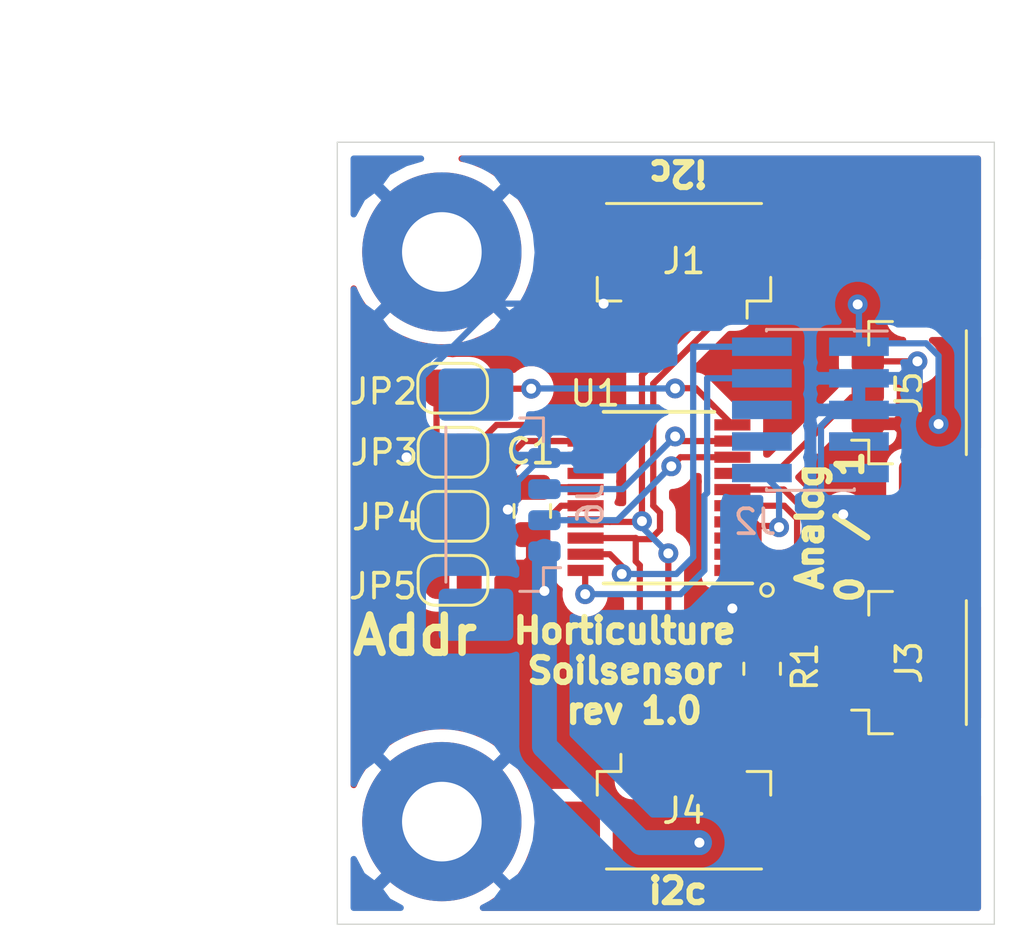
<source format=kicad_pcb>
(kicad_pcb (version 20171130) (host pcbnew "(5.1.6)-1")

  (general
    (thickness 1.6)
    (drawings 13)
    (tracks 185)
    (zones 0)
    (modules 15)
    (nets 16)
  )

  (page A4)
  (title_block
    (title Soilsensor)
    (date 2020-12-06)
    (rev 1.0)
    (company "Horticulture project")
  )

  (layers
    (0 F.Cu signal)
    (31 B.Cu signal)
    (32 B.Adhes user)
    (33 F.Adhes user)
    (34 B.Paste user)
    (35 F.Paste user)
    (36 B.SilkS user)
    (37 F.SilkS user)
    (38 B.Mask user)
    (39 F.Mask user)
    (40 Dwgs.User user)
    (41 Cmts.User user)
    (42 Eco1.User user)
    (43 Eco2.User user)
    (44 Edge.Cuts user)
    (45 Margin user)
    (46 B.CrtYd user)
    (47 F.CrtYd user)
    (48 B.Fab user)
    (49 F.Fab user)
  )

  (setup
    (last_trace_width 0.25)
    (trace_clearance 0.2)
    (zone_clearance 0.508)
    (zone_45_only no)
    (trace_min 0.2)
    (via_size 0.8)
    (via_drill 0.4)
    (via_min_size 0.4)
    (via_min_drill 0.3)
    (uvia_size 0.3)
    (uvia_drill 0.1)
    (uvias_allowed no)
    (uvia_min_size 0.2)
    (uvia_min_drill 0.1)
    (edge_width 0.05)
    (segment_width 0.2)
    (pcb_text_width 0.3)
    (pcb_text_size 1.5 1.5)
    (mod_edge_width 0.12)
    (mod_text_size 1 1)
    (mod_text_width 0.15)
    (pad_size 3.2 3.2)
    (pad_drill 3.2)
    (pad_to_mask_clearance 0.05)
    (aux_axis_origin 0 0)
    (visible_elements 7FFFFFFF)
    (pcbplotparams
      (layerselection 0x010f0_ffffffff)
      (usegerberextensions false)
      (usegerberattributes true)
      (usegerberadvancedattributes true)
      (creategerberjobfile false)
      (excludeedgelayer true)
      (linewidth 0.100000)
      (plotframeref false)
      (viasonmask false)
      (mode 1)
      (useauxorigin false)
      (hpglpennumber 1)
      (hpglpenspeed 20)
      (hpglpendiameter 15.000000)
      (psnegative false)
      (psa4output false)
      (plotreference true)
      (plotvalue false)
      (plotinvisibletext false)
      (padsonsilk true)
      (subtractmaskfromsilk false)
      (outputformat 1)
      (mirror false)
      (drillshape 0)
      (scaleselection 1)
      (outputdirectory "plots/"))
  )

  (net 0 "")
  (net 1 SWD-SWCLK)
  (net 2 SWD-SWIO)
  (net 3 nRESET)
  (net 4 I2c-SDA)
  (net 5 I2c-SCL)
  (net 6 +3V3)
  (net 7 AnalogSignal0)
  (net 8 AnalogSignal1)
  (net 9 i2c-addr_0)
  (net 10 i2c-addr_1)
  (net 11 i2c-addr_2)
  (net 12 i2c-addr_3)
  (net 13 GND)
  (net 14 UART-rx)
  (net 15 UART-tx)

  (net_class Default "This is the default net class."
    (clearance 0.2)
    (trace_width 0.25)
    (via_dia 0.8)
    (via_drill 0.4)
    (uvia_dia 0.3)
    (uvia_drill 0.1)
    (add_net +3V3)
    (add_net AnalogSignal0)
    (add_net AnalogSignal1)
    (add_net GND)
    (add_net I2c-SCL)
    (add_net I2c-SDA)
    (add_net SWD-SWCLK)
    (add_net SWD-SWIO)
    (add_net UART-rx)
    (add_net UART-tx)
    (add_net i2c-addr_0)
    (add_net i2c-addr_1)
    (add_net i2c-addr_2)
    (add_net i2c-addr_3)
    (add_net nRESET)
  )

  (net_class 12V ""
    (clearance 0.2)
    (trace_width 1)
    (via_dia 1)
    (via_drill 0.4)
    (uvia_dia 0.3)
    (uvia_drill 0.1)
  )

  (net_class 3.3V ""
    (clearance 0.2)
    (trace_width 0.7)
    (via_dia 0.8)
    (via_drill 0.4)
    (uvia_dia 0.3)
    (uvia_drill 0.1)
  )

  (net_class Led-power ""
    (clearance 0.2)
    (trace_width 1)
    (via_dia 1)
    (via_drill 0.4)
    (uvia_dia 0.3)
    (uvia_drill 0.1)
  )

  (module Connector_Molex:Molex_PicoBlade_53398-0371_1x03-1MP_P1.25mm_Vertical (layer F.Cu) (tedit 5B78AD88) (tstamp 5FCC28F6)
    (at 166.116 135.382 90)
    (descr "Molex PicoBlade series connector, 53398-0371 (http://www.molex.com/pdm_docs/sd/533980271_sd.pdf), generated with kicad-footprint-generator")
    (tags "connector Molex PicoBlade side entry")
    (path /5F1D35E2)
    (attr smd)
    (fp_text reference J3 (at 0.002 0.404 90) (layer F.SilkS)
      (effects (font (size 1 1) (thickness 0.15)))
    )
    (fp_text value Conn_01x03 (at 0 4.2 90) (layer F.Fab)
      (effects (font (size 1 1) (thickness 0.15)))
    )
    (fp_line (start -1.25 -0.392893) (end -0.75 -1.1) (layer F.Fab) (width 0.1))
    (fp_line (start -1.75 -1.1) (end -1.25 -0.392893) (layer F.Fab) (width 0.1))
    (fp_line (start 5.35 -2.4) (end -5.35 -2.4) (layer F.CrtYd) (width 0.05))
    (fp_line (start 5.35 3.5) (end 5.35 -2.4) (layer F.CrtYd) (width 0.05))
    (fp_line (start -5.35 3.5) (end 5.35 3.5) (layer F.CrtYd) (width 0.05))
    (fp_line (start -5.35 -2.4) (end -5.35 3.5) (layer F.CrtYd) (width 0.05))
    (fp_line (start 4.25 -0.2) (end 2.75 -0.2) (layer F.Fab) (width 0.1))
    (fp_line (start 4.25 0.4) (end 4.25 -0.2) (layer F.Fab) (width 0.1))
    (fp_line (start 4.45 0.6) (end 4.25 0.4) (layer F.Fab) (width 0.1))
    (fp_line (start 4.45 2.4) (end 4.45 0.6) (layer F.Fab) (width 0.1))
    (fp_line (start 4.25 2.6) (end 4.45 2.4) (layer F.Fab) (width 0.1))
    (fp_line (start 2.75 2.6) (end 4.25 2.6) (layer F.Fab) (width 0.1))
    (fp_line (start -4.25 -0.2) (end -2.75 -0.2) (layer F.Fab) (width 0.1))
    (fp_line (start -4.25 0.4) (end -4.25 -0.2) (layer F.Fab) (width 0.1))
    (fp_line (start -4.45 0.6) (end -4.25 0.4) (layer F.Fab) (width 0.1))
    (fp_line (start -4.45 2.4) (end -4.45 0.6) (layer F.Fab) (width 0.1))
    (fp_line (start -4.25 2.6) (end -4.45 2.4) (layer F.Fab) (width 0.1))
    (fp_line (start -2.75 2.6) (end -4.25 2.6) (layer F.Fab) (width 0.1))
    (fp_line (start 1.4 1.225) (end 1.1 1.225) (layer F.Fab) (width 0.1))
    (fp_line (start 1.4 1.825) (end 1.4 1.225) (layer F.Fab) (width 0.1))
    (fp_line (start 1.1 1.825) (end 1.4 1.825) (layer F.Fab) (width 0.1))
    (fp_line (start 1.1 1.225) (end 1.1 1.825) (layer F.Fab) (width 0.1))
    (fp_line (start 0.15 1.225) (end -0.15 1.225) (layer F.Fab) (width 0.1))
    (fp_line (start 0.15 1.825) (end 0.15 1.225) (layer F.Fab) (width 0.1))
    (fp_line (start -0.15 1.825) (end 0.15 1.825) (layer F.Fab) (width 0.1))
    (fp_line (start -0.15 1.225) (end -0.15 1.825) (layer F.Fab) (width 0.1))
    (fp_line (start -1.1 1.225) (end -1.4 1.225) (layer F.Fab) (width 0.1))
    (fp_line (start -1.1 1.825) (end -1.1 1.225) (layer F.Fab) (width 0.1))
    (fp_line (start -1.4 1.825) (end -1.1 1.825) (layer F.Fab) (width 0.1))
    (fp_line (start -1.4 1.225) (end -1.4 1.825) (layer F.Fab) (width 0.1))
    (fp_line (start 2.75 -1.1) (end 2.75 2.6) (layer F.Fab) (width 0.1))
    (fp_line (start -2.75 -1.1) (end -2.75 2.6) (layer F.Fab) (width 0.1))
    (fp_line (start -2.75 2.6) (end 2.75 2.6) (layer F.Fab) (width 0.1))
    (fp_line (start -2.49 2.71) (end 2.49 2.71) (layer F.SilkS) (width 0.12))
    (fp_line (start 2.86 -1.21) (end 1.91 -1.21) (layer F.SilkS) (width 0.12))
    (fp_line (start 2.86 -0.26) (end 2.86 -1.21) (layer F.SilkS) (width 0.12))
    (fp_line (start -1.91 -1.21) (end -1.91 -1.9) (layer F.SilkS) (width 0.12))
    (fp_line (start -2.86 -1.21) (end -1.91 -1.21) (layer F.SilkS) (width 0.12))
    (fp_line (start -2.86 -0.26) (end -2.86 -1.21) (layer F.SilkS) (width 0.12))
    (fp_line (start -2.75 -1.1) (end 2.75 -1.1) (layer F.Fab) (width 0.1))
    (fp_text user %R (at 0 0.4 90) (layer F.Fab)
      (effects (font (size 1 1) (thickness 0.15)))
    )
    (pad MP smd roundrect (at 3.8 1.5 90) (size 2.1 3) (layers F.Cu F.Paste F.Mask) (roundrect_rratio 0.119048))
    (pad MP smd roundrect (at -3.8 1.5 90) (size 2.1 3) (layers F.Cu F.Paste F.Mask) (roundrect_rratio 0.119048))
    (pad 3 smd roundrect (at 1.25 -1.25 90) (size 0.8 1.3) (layers F.Cu F.Paste F.Mask) (roundrect_rratio 0.25)
      (net 13 GND))
    (pad 2 smd roundrect (at 0 -1.25 90) (size 0.8 1.3) (layers F.Cu F.Paste F.Mask) (roundrect_rratio 0.25)
      (net 7 AnalogSignal0))
    (pad 1 smd roundrect (at -1.25 -1.25 90) (size 0.8 1.3) (layers F.Cu F.Paste F.Mask) (roundrect_rratio 0.25)
      (net 6 +3V3))
    (model ${KISYS3DMOD}/Connector_Molex.3dshapes/Molex_PicoBlade_53398-0371_1x03-1MP_P1.25mm_Vertical.wrl
      (at (xyz 0 0 0))
      (scale (xyz 1 1 1))
      (rotate (xyz 0 0 0))
    )
  )

  (module Connector_Molex:Molex_PicoBlade_53398-0471_1x04-1MP_P1.25mm_Vertical (layer B.Cu) (tedit 5B78AD88) (tstamp 5FC98C0A)
    (at 150.622 129.032 90)
    (descr "Molex PicoBlade series connector, 53398-0471 (http://www.molex.com/pdm_docs/sd/533980271_sd.pdf), generated with kicad-footprint-generator")
    (tags "connector Molex PicoBlade side entry")
    (path /5FC9F801)
    (attr smd)
    (fp_text reference J6 (at 0 3.1 90) (layer B.SilkS)
      (effects (font (size 1 1) (thickness 0.15)) (justify mirror))
    )
    (fp_text value Conn_01x04 (at 0 -4.2 90) (layer B.Fab)
      (effects (font (size 1 1) (thickness 0.15)) (justify mirror))
    )
    (fp_line (start -1.875 0.392893) (end -1.375 1.1) (layer B.Fab) (width 0.1))
    (fp_line (start -2.375 1.1) (end -1.875 0.392893) (layer B.Fab) (width 0.1))
    (fp_line (start 5.98 2.4) (end -5.98 2.4) (layer B.CrtYd) (width 0.05))
    (fp_line (start 5.98 -3.5) (end 5.98 2.4) (layer B.CrtYd) (width 0.05))
    (fp_line (start -5.98 -3.5) (end 5.98 -3.5) (layer B.CrtYd) (width 0.05))
    (fp_line (start -5.98 2.4) (end -5.98 -3.5) (layer B.CrtYd) (width 0.05))
    (fp_line (start 4.875 0.2) (end 3.375 0.2) (layer B.Fab) (width 0.1))
    (fp_line (start 4.875 -0.4) (end 4.875 0.2) (layer B.Fab) (width 0.1))
    (fp_line (start 5.075 -0.6) (end 4.875 -0.4) (layer B.Fab) (width 0.1))
    (fp_line (start 5.075 -2.4) (end 5.075 -0.6) (layer B.Fab) (width 0.1))
    (fp_line (start 4.875 -2.6) (end 5.075 -2.4) (layer B.Fab) (width 0.1))
    (fp_line (start 3.375 -2.6) (end 4.875 -2.6) (layer B.Fab) (width 0.1))
    (fp_line (start -4.875 0.2) (end -3.375 0.2) (layer B.Fab) (width 0.1))
    (fp_line (start -4.875 -0.4) (end -4.875 0.2) (layer B.Fab) (width 0.1))
    (fp_line (start -5.075 -0.6) (end -4.875 -0.4) (layer B.Fab) (width 0.1))
    (fp_line (start -5.075 -2.4) (end -5.075 -0.6) (layer B.Fab) (width 0.1))
    (fp_line (start -4.875 -2.6) (end -5.075 -2.4) (layer B.Fab) (width 0.1))
    (fp_line (start -3.375 -2.6) (end -4.875 -2.6) (layer B.Fab) (width 0.1))
    (fp_line (start 2.025 -1.225) (end 1.725 -1.225) (layer B.Fab) (width 0.1))
    (fp_line (start 2.025 -1.825) (end 2.025 -1.225) (layer B.Fab) (width 0.1))
    (fp_line (start 1.725 -1.825) (end 2.025 -1.825) (layer B.Fab) (width 0.1))
    (fp_line (start 1.725 -1.225) (end 1.725 -1.825) (layer B.Fab) (width 0.1))
    (fp_line (start 0.775 -1.225) (end 0.475 -1.225) (layer B.Fab) (width 0.1))
    (fp_line (start 0.775 -1.825) (end 0.775 -1.225) (layer B.Fab) (width 0.1))
    (fp_line (start 0.475 -1.825) (end 0.775 -1.825) (layer B.Fab) (width 0.1))
    (fp_line (start 0.475 -1.225) (end 0.475 -1.825) (layer B.Fab) (width 0.1))
    (fp_line (start -0.475 -1.225) (end -0.775 -1.225) (layer B.Fab) (width 0.1))
    (fp_line (start -0.475 -1.825) (end -0.475 -1.225) (layer B.Fab) (width 0.1))
    (fp_line (start -0.775 -1.825) (end -0.475 -1.825) (layer B.Fab) (width 0.1))
    (fp_line (start -0.775 -1.225) (end -0.775 -1.825) (layer B.Fab) (width 0.1))
    (fp_line (start -1.725 -1.225) (end -2.025 -1.225) (layer B.Fab) (width 0.1))
    (fp_line (start -1.725 -1.825) (end -1.725 -1.225) (layer B.Fab) (width 0.1))
    (fp_line (start -2.025 -1.825) (end -1.725 -1.825) (layer B.Fab) (width 0.1))
    (fp_line (start -2.025 -1.225) (end -2.025 -1.825) (layer B.Fab) (width 0.1))
    (fp_line (start 3.375 1.1) (end 3.375 -2.6) (layer B.Fab) (width 0.1))
    (fp_line (start -3.375 1.1) (end -3.375 -2.6) (layer B.Fab) (width 0.1))
    (fp_line (start -3.375 -2.6) (end 3.375 -2.6) (layer B.Fab) (width 0.1))
    (fp_line (start -3.115 -2.71) (end 3.115 -2.71) (layer B.SilkS) (width 0.12))
    (fp_line (start 3.485 1.21) (end 2.535 1.21) (layer B.SilkS) (width 0.12))
    (fp_line (start 3.485 0.26) (end 3.485 1.21) (layer B.SilkS) (width 0.12))
    (fp_line (start -2.535 1.21) (end -2.535 1.9) (layer B.SilkS) (width 0.12))
    (fp_line (start -3.485 1.21) (end -2.535 1.21) (layer B.SilkS) (width 0.12))
    (fp_line (start -3.485 0.26) (end -3.485 1.21) (layer B.SilkS) (width 0.12))
    (fp_line (start -3.375 1.1) (end 3.375 1.1) (layer B.Fab) (width 0.1))
    (fp_text user %R (at 0 -0.4 90) (layer B.Fab)
      (effects (font (size 1 1) (thickness 0.15)) (justify mirror))
    )
    (pad MP smd roundrect (at 4.425 -1.5 90) (size 2.1 3) (layers B.Cu B.Paste B.Mask) (roundrect_rratio 0.119048))
    (pad MP smd roundrect (at -4.425 -1.5 90) (size 2.1 3) (layers B.Cu B.Paste B.Mask) (roundrect_rratio 0.119048))
    (pad 4 smd roundrect (at 1.875 1.25 90) (size 0.8 1.3) (layers B.Cu B.Paste B.Mask) (roundrect_rratio 0.25)
      (net 13 GND))
    (pad 3 smd roundrect (at 0.625 1.25 90) (size 0.8 1.3) (layers B.Cu B.Paste B.Mask) (roundrect_rratio 0.25)
      (net 14 UART-rx))
    (pad 2 smd roundrect (at -0.625 1.25 90) (size 0.8 1.3) (layers B.Cu B.Paste B.Mask) (roundrect_rratio 0.25)
      (net 15 UART-tx))
    (pad 1 smd roundrect (at -1.875 1.25 90) (size 0.8 1.3) (layers B.Cu B.Paste B.Mask) (roundrect_rratio 0.25)
      (net 6 +3V3))
    (model ${KISYS3DMOD}/Connector_Molex.3dshapes/Molex_PicoBlade_53398-0471_1x04-1MP_P1.25mm_Vertical.wrl
      (at (xyz 0 0 0))
      (scale (xyz 1 1 1))
      (rotate (xyz 0 0 0))
    )
  )

  (module Connector_Molex:Molex_PicoBlade_53398-0471_1x04-1MP_P1.25mm_Vertical (layer F.Cu) (tedit 5B78AD88) (tstamp 5F1CE33D)
    (at 157.48 140.97)
    (descr "Molex PicoBlade series connector, 53398-0471 (http://www.molex.com/pdm_docs/sd/533980271_sd.pdf), generated with kicad-footprint-generator")
    (tags "connector Molex PicoBlade side entry")
    (path /5F1F147E)
    (attr smd)
    (fp_text reference J4 (at -0.01 0.37) (layer F.SilkS)
      (effects (font (size 1 1) (thickness 0.15)))
    )
    (fp_text value Conn_01x04 (at 0 4.2) (layer F.Fab)
      (effects (font (size 1 1) (thickness 0.15)))
    )
    (fp_line (start -1.875 -0.392893) (end -1.375 -1.1) (layer F.Fab) (width 0.1))
    (fp_line (start -2.375 -1.1) (end -1.875 -0.392893) (layer F.Fab) (width 0.1))
    (fp_line (start 5.98 -2.4) (end -5.98 -2.4) (layer F.CrtYd) (width 0.05))
    (fp_line (start 5.98 3.5) (end 5.98 -2.4) (layer F.CrtYd) (width 0.05))
    (fp_line (start -5.98 3.5) (end 5.98 3.5) (layer F.CrtYd) (width 0.05))
    (fp_line (start -5.98 -2.4) (end -5.98 3.5) (layer F.CrtYd) (width 0.05))
    (fp_line (start 4.875 -0.2) (end 3.375 -0.2) (layer F.Fab) (width 0.1))
    (fp_line (start 4.875 0.4) (end 4.875 -0.2) (layer F.Fab) (width 0.1))
    (fp_line (start 5.075 0.6) (end 4.875 0.4) (layer F.Fab) (width 0.1))
    (fp_line (start 5.075 2.4) (end 5.075 0.6) (layer F.Fab) (width 0.1))
    (fp_line (start 4.875 2.6) (end 5.075 2.4) (layer F.Fab) (width 0.1))
    (fp_line (start 3.375 2.6) (end 4.875 2.6) (layer F.Fab) (width 0.1))
    (fp_line (start -4.875 -0.2) (end -3.375 -0.2) (layer F.Fab) (width 0.1))
    (fp_line (start -4.875 0.4) (end -4.875 -0.2) (layer F.Fab) (width 0.1))
    (fp_line (start -5.075 0.6) (end -4.875 0.4) (layer F.Fab) (width 0.1))
    (fp_line (start -5.075 2.4) (end -5.075 0.6) (layer F.Fab) (width 0.1))
    (fp_line (start -4.875 2.6) (end -5.075 2.4) (layer F.Fab) (width 0.1))
    (fp_line (start -3.375 2.6) (end -4.875 2.6) (layer F.Fab) (width 0.1))
    (fp_line (start 2.025 1.225) (end 1.725 1.225) (layer F.Fab) (width 0.1))
    (fp_line (start 2.025 1.825) (end 2.025 1.225) (layer F.Fab) (width 0.1))
    (fp_line (start 1.725 1.825) (end 2.025 1.825) (layer F.Fab) (width 0.1))
    (fp_line (start 1.725 1.225) (end 1.725 1.825) (layer F.Fab) (width 0.1))
    (fp_line (start 0.775 1.225) (end 0.475 1.225) (layer F.Fab) (width 0.1))
    (fp_line (start 0.775 1.825) (end 0.775 1.225) (layer F.Fab) (width 0.1))
    (fp_line (start 0.475 1.825) (end 0.775 1.825) (layer F.Fab) (width 0.1))
    (fp_line (start 0.475 1.225) (end 0.475 1.825) (layer F.Fab) (width 0.1))
    (fp_line (start -0.475 1.225) (end -0.775 1.225) (layer F.Fab) (width 0.1))
    (fp_line (start -0.475 1.825) (end -0.475 1.225) (layer F.Fab) (width 0.1))
    (fp_line (start -0.775 1.825) (end -0.475 1.825) (layer F.Fab) (width 0.1))
    (fp_line (start -0.775 1.225) (end -0.775 1.825) (layer F.Fab) (width 0.1))
    (fp_line (start -1.725 1.225) (end -2.025 1.225) (layer F.Fab) (width 0.1))
    (fp_line (start -1.725 1.825) (end -1.725 1.225) (layer F.Fab) (width 0.1))
    (fp_line (start -2.025 1.825) (end -1.725 1.825) (layer F.Fab) (width 0.1))
    (fp_line (start -2.025 1.225) (end -2.025 1.825) (layer F.Fab) (width 0.1))
    (fp_line (start 3.375 -1.1) (end 3.375 2.6) (layer F.Fab) (width 0.1))
    (fp_line (start -3.375 -1.1) (end -3.375 2.6) (layer F.Fab) (width 0.1))
    (fp_line (start -3.375 2.6) (end 3.375 2.6) (layer F.Fab) (width 0.1))
    (fp_line (start -3.115 2.71) (end 3.115 2.71) (layer F.SilkS) (width 0.12))
    (fp_line (start 3.485 -1.21) (end 2.535 -1.21) (layer F.SilkS) (width 0.12))
    (fp_line (start 3.485 -0.26) (end 3.485 -1.21) (layer F.SilkS) (width 0.12))
    (fp_line (start -2.535 -1.21) (end -2.535 -1.9) (layer F.SilkS) (width 0.12))
    (fp_line (start -3.485 -1.21) (end -2.535 -1.21) (layer F.SilkS) (width 0.12))
    (fp_line (start -3.485 -0.26) (end -3.485 -1.21) (layer F.SilkS) (width 0.12))
    (fp_line (start -3.375 -1.1) (end 3.375 -1.1) (layer F.Fab) (width 0.1))
    (fp_text user %R (at 0 0.4) (layer F.Fab)
      (effects (font (size 1 1) (thickness 0.15)))
    )
    (pad MP smd roundrect (at 4.425 1.5) (size 2.1 3) (layers F.Cu F.Paste F.Mask) (roundrect_rratio 0.119048))
    (pad MP smd roundrect (at -4.425 1.5) (size 2.1 3) (layers F.Cu F.Paste F.Mask) (roundrect_rratio 0.119048))
    (pad 4 smd roundrect (at 1.875 -1.25) (size 0.8 1.3) (layers F.Cu F.Paste F.Mask) (roundrect_rratio 0.25)
      (net 13 GND))
    (pad 3 smd roundrect (at 0.625 -1.25) (size 0.8 1.3) (layers F.Cu F.Paste F.Mask) (roundrect_rratio 0.25)
      (net 6 +3V3))
    (pad 2 smd roundrect (at -0.625 -1.25) (size 0.8 1.3) (layers F.Cu F.Paste F.Mask) (roundrect_rratio 0.25)
      (net 5 I2c-SCL))
    (pad 1 smd roundrect (at -1.875 -1.25) (size 0.8 1.3) (layers F.Cu F.Paste F.Mask) (roundrect_rratio 0.25)
      (net 4 I2c-SDA))
    (model ${KISYS3DMOD}/Connector_Molex.3dshapes/Molex_PicoBlade_53398-0471_1x04-1MP_P1.25mm_Vertical.wrl
      (at (xyz 0 0 0))
      (scale (xyz 1 1 1))
      (rotate (xyz 0 0 0))
    )
  )

  (module Connector_Molex:Molex_PicoBlade_53398-0471_1x04-1MP_P1.25mm_Vertical (layer F.Cu) (tedit 5B78AD88) (tstamp 5F1CE249)
    (at 157.48 119.634 180)
    (descr "Molex PicoBlade series connector, 53398-0471 (http://www.molex.com/pdm_docs/sd/533980271_sd.pdf), generated with kicad-footprint-generator")
    (tags "connector Molex PicoBlade side entry")
    (path /5F1D3F0F)
    (attr smd)
    (fp_text reference J1 (at 0 0.394) (layer F.SilkS)
      (effects (font (size 1 1) (thickness 0.15)))
    )
    (fp_text value Conn_01x04 (at 0 4.2) (layer F.Fab)
      (effects (font (size 1 1) (thickness 0.15)))
    )
    (fp_line (start -1.875 -0.392893) (end -1.375 -1.1) (layer F.Fab) (width 0.1))
    (fp_line (start -2.375 -1.1) (end -1.875 -0.392893) (layer F.Fab) (width 0.1))
    (fp_line (start 5.98 -2.4) (end -5.98 -2.4) (layer F.CrtYd) (width 0.05))
    (fp_line (start 5.98 3.5) (end 5.98 -2.4) (layer F.CrtYd) (width 0.05))
    (fp_line (start -5.98 3.5) (end 5.98 3.5) (layer F.CrtYd) (width 0.05))
    (fp_line (start -5.98 -2.4) (end -5.98 3.5) (layer F.CrtYd) (width 0.05))
    (fp_line (start 4.875 -0.2) (end 3.375 -0.2) (layer F.Fab) (width 0.1))
    (fp_line (start 4.875 0.4) (end 4.875 -0.2) (layer F.Fab) (width 0.1))
    (fp_line (start 5.075 0.6) (end 4.875 0.4) (layer F.Fab) (width 0.1))
    (fp_line (start 5.075 2.4) (end 5.075 0.6) (layer F.Fab) (width 0.1))
    (fp_line (start 4.875 2.6) (end 5.075 2.4) (layer F.Fab) (width 0.1))
    (fp_line (start 3.375 2.6) (end 4.875 2.6) (layer F.Fab) (width 0.1))
    (fp_line (start -4.875 -0.2) (end -3.375 -0.2) (layer F.Fab) (width 0.1))
    (fp_line (start -4.875 0.4) (end -4.875 -0.2) (layer F.Fab) (width 0.1))
    (fp_line (start -5.075 0.6) (end -4.875 0.4) (layer F.Fab) (width 0.1))
    (fp_line (start -5.075 2.4) (end -5.075 0.6) (layer F.Fab) (width 0.1))
    (fp_line (start -4.875 2.6) (end -5.075 2.4) (layer F.Fab) (width 0.1))
    (fp_line (start -3.375 2.6) (end -4.875 2.6) (layer F.Fab) (width 0.1))
    (fp_line (start 2.025 1.225) (end 1.725 1.225) (layer F.Fab) (width 0.1))
    (fp_line (start 2.025 1.825) (end 2.025 1.225) (layer F.Fab) (width 0.1))
    (fp_line (start 1.725 1.825) (end 2.025 1.825) (layer F.Fab) (width 0.1))
    (fp_line (start 1.725 1.225) (end 1.725 1.825) (layer F.Fab) (width 0.1))
    (fp_line (start 0.775 1.225) (end 0.475 1.225) (layer F.Fab) (width 0.1))
    (fp_line (start 0.775 1.825) (end 0.775 1.225) (layer F.Fab) (width 0.1))
    (fp_line (start 0.475 1.825) (end 0.775 1.825) (layer F.Fab) (width 0.1))
    (fp_line (start 0.475 1.225) (end 0.475 1.825) (layer F.Fab) (width 0.1))
    (fp_line (start -0.475 1.225) (end -0.775 1.225) (layer F.Fab) (width 0.1))
    (fp_line (start -0.475 1.825) (end -0.475 1.225) (layer F.Fab) (width 0.1))
    (fp_line (start -0.775 1.825) (end -0.475 1.825) (layer F.Fab) (width 0.1))
    (fp_line (start -0.775 1.225) (end -0.775 1.825) (layer F.Fab) (width 0.1))
    (fp_line (start -1.725 1.225) (end -2.025 1.225) (layer F.Fab) (width 0.1))
    (fp_line (start -1.725 1.825) (end -1.725 1.225) (layer F.Fab) (width 0.1))
    (fp_line (start -2.025 1.825) (end -1.725 1.825) (layer F.Fab) (width 0.1))
    (fp_line (start -2.025 1.225) (end -2.025 1.825) (layer F.Fab) (width 0.1))
    (fp_line (start 3.375 -1.1) (end 3.375 2.6) (layer F.Fab) (width 0.1))
    (fp_line (start -3.375 -1.1) (end -3.375 2.6) (layer F.Fab) (width 0.1))
    (fp_line (start -3.375 2.6) (end 3.375 2.6) (layer F.Fab) (width 0.1))
    (fp_line (start -3.115 2.71) (end 3.115 2.71) (layer F.SilkS) (width 0.12))
    (fp_line (start 3.485 -1.21) (end 2.535 -1.21) (layer F.SilkS) (width 0.12))
    (fp_line (start 3.485 -0.26) (end 3.485 -1.21) (layer F.SilkS) (width 0.12))
    (fp_line (start -2.535 -1.21) (end -2.535 -1.9) (layer F.SilkS) (width 0.12))
    (fp_line (start -3.485 -1.21) (end -2.535 -1.21) (layer F.SilkS) (width 0.12))
    (fp_line (start -3.485 -0.26) (end -3.485 -1.21) (layer F.SilkS) (width 0.12))
    (fp_line (start -3.375 -1.1) (end 3.375 -1.1) (layer F.Fab) (width 0.1))
    (fp_text user %R (at 0 0.4) (layer F.Fab)
      (effects (font (size 1 1) (thickness 0.15)))
    )
    (pad MP smd roundrect (at 4.425 1.5 180) (size 2.1 3) (layers F.Cu F.Paste F.Mask) (roundrect_rratio 0.119048))
    (pad MP smd roundrect (at -4.425 1.5 180) (size 2.1 3) (layers F.Cu F.Paste F.Mask) (roundrect_rratio 0.119048))
    (pad 4 smd roundrect (at 1.875 -1.25 180) (size 0.8 1.3) (layers F.Cu F.Paste F.Mask) (roundrect_rratio 0.25)
      (net 13 GND))
    (pad 3 smd roundrect (at 0.625 -1.25 180) (size 0.8 1.3) (layers F.Cu F.Paste F.Mask) (roundrect_rratio 0.25)
      (net 6 +3V3))
    (pad 2 smd roundrect (at -0.625 -1.25 180) (size 0.8 1.3) (layers F.Cu F.Paste F.Mask) (roundrect_rratio 0.25)
      (net 5 I2c-SCL))
    (pad 1 smd roundrect (at -1.875 -1.25 180) (size 0.8 1.3) (layers F.Cu F.Paste F.Mask) (roundrect_rratio 0.25)
      (net 4 I2c-SDA))
    (model ${KISYS3DMOD}/Connector_Molex.3dshapes/Molex_PicoBlade_53398-0471_1x04-1MP_P1.25mm_Vertical.wrl
      (at (xyz 0 0 0))
      (scale (xyz 1 1 1))
      (rotate (xyz 0 0 0))
    )
  )

  (module Resistor_SMD:R_0805_2012Metric (layer F.Cu) (tedit 5F68FEEE) (tstamp 5FC98CA3)
    (at 160.62 135.63 90)
    (descr "Resistor SMD 0805 (2012 Metric), square (rectangular) end terminal, IPC_7351 nominal, (Body size source: IPC-SM-782 page 72, https://www.pcb-3d.com/wordpress/wp-content/uploads/ipc-sm-782a_amendment_1_and_2.pdf), generated with kicad-footprint-generator")
    (tags resistor)
    (path /5FCA2F57)
    (attr smd)
    (fp_text reference R1 (at 0.08 1.72 270) (layer F.SilkS)
      (effects (font (size 1 1) (thickness 0.15)))
    )
    (fp_text value 10k2 (at 0 1.65 90) (layer F.Fab)
      (effects (font (size 1 1) (thickness 0.15)))
    )
    (fp_line (start 1.68 0.95) (end -1.68 0.95) (layer F.CrtYd) (width 0.05))
    (fp_line (start 1.68 -0.95) (end 1.68 0.95) (layer F.CrtYd) (width 0.05))
    (fp_line (start -1.68 -0.95) (end 1.68 -0.95) (layer F.CrtYd) (width 0.05))
    (fp_line (start -1.68 0.95) (end -1.68 -0.95) (layer F.CrtYd) (width 0.05))
    (fp_line (start -0.227064 0.735) (end 0.227064 0.735) (layer F.SilkS) (width 0.12))
    (fp_line (start -0.227064 -0.735) (end 0.227064 -0.735) (layer F.SilkS) (width 0.12))
    (fp_line (start 1 0.625) (end -1 0.625) (layer F.Fab) (width 0.1))
    (fp_line (start 1 -0.625) (end 1 0.625) (layer F.Fab) (width 0.1))
    (fp_line (start -1 -0.625) (end 1 -0.625) (layer F.Fab) (width 0.1))
    (fp_line (start -1 0.625) (end -1 -0.625) (layer F.Fab) (width 0.1))
    (fp_text user %R (at 0 0 90) (layer F.Fab)
      (effects (font (size 0.5 0.5) (thickness 0.08)))
    )
    (pad 2 smd roundrect (at 0.9125 0 90) (size 1.025 1.4) (layers F.Cu F.Paste F.Mask) (roundrect_rratio 0.243902)
      (net 3 nRESET))
    (pad 1 smd roundrect (at -0.9125 0 90) (size 1.025 1.4) (layers F.Cu F.Paste F.Mask) (roundrect_rratio 0.243902)
      (net 6 +3V3))
    (model ${KISYS3DMOD}/Resistor_SMD.3dshapes/R_0805_2012Metric.wrl
      (at (xyz 0 0 0))
      (scale (xyz 1 1 1))
      (rotate (xyz 0 0 0))
    )
  )

  (module Capacitor_SMD:C_0805_2012Metric (layer F.Cu) (tedit 5F68FEEE) (tstamp 5FC99B6E)
    (at 151.384 129.286 90)
    (descr "Capacitor SMD 0805 (2012 Metric), square (rectangular) end terminal, IPC_7351 nominal, (Body size source: IPC-SM-782 page 76, https://www.pcb-3d.com/wordpress/wp-content/uploads/ipc-sm-782a_amendment_1_and_2.pdf, https://docs.google.com/spreadsheets/d/1BsfQQcO9C6DZCsRaXUlFlo91Tg2WpOkGARC1WS5S8t0/edit?usp=sharing), generated with kicad-footprint-generator")
    (tags capacitor)
    (path /5FCA2094)
    (attr smd)
    (fp_text reference C1 (at 2.396 -0.074 180) (layer F.SilkS)
      (effects (font (size 1 1) (thickness 0.15)))
    )
    (fp_text value 100nF (at 0 1.68 90) (layer F.Fab)
      (effects (font (size 1 1) (thickness 0.15)))
    )
    (fp_line (start 1.7 0.98) (end -1.7 0.98) (layer F.CrtYd) (width 0.05))
    (fp_line (start 1.7 -0.98) (end 1.7 0.98) (layer F.CrtYd) (width 0.05))
    (fp_line (start -1.7 -0.98) (end 1.7 -0.98) (layer F.CrtYd) (width 0.05))
    (fp_line (start -1.7 0.98) (end -1.7 -0.98) (layer F.CrtYd) (width 0.05))
    (fp_line (start -0.261252 0.735) (end 0.261252 0.735) (layer F.SilkS) (width 0.12))
    (fp_line (start -0.261252 -0.735) (end 0.261252 -0.735) (layer F.SilkS) (width 0.12))
    (fp_line (start 1 0.625) (end -1 0.625) (layer F.Fab) (width 0.1))
    (fp_line (start 1 -0.625) (end 1 0.625) (layer F.Fab) (width 0.1))
    (fp_line (start -1 -0.625) (end 1 -0.625) (layer F.Fab) (width 0.1))
    (fp_line (start -1 0.625) (end -1 -0.625) (layer F.Fab) (width 0.1))
    (fp_text user %R (at 0 0 90) (layer F.Fab)
      (effects (font (size 0.5 0.5) (thickness 0.08)))
    )
    (pad 2 smd roundrect (at 0.95 0 90) (size 1 1.45) (layers F.Cu F.Paste F.Mask) (roundrect_rratio 0.25)
      (net 13 GND))
    (pad 1 smd roundrect (at -0.95 0 90) (size 1 1.45) (layers F.Cu F.Paste F.Mask) (roundrect_rratio 0.25)
      (net 6 +3V3))
    (model ${KISYS3DMOD}/Capacitor_SMD.3dshapes/C_0805_2012Metric.wrl
      (at (xyz 0 0 0))
      (scale (xyz 1 1 1))
      (rotate (xyz 0 0 0))
    )
  )

  (module Connector_Molex:Molex_PicoBlade_53398-0371_1x03-1MP_P1.25mm_Vertical (layer F.Cu) (tedit 5B78AD88) (tstamp 5FC98FAF)
    (at 166.116 124.53 90)
    (descr "Molex PicoBlade series connector, 53398-0371 (http://www.molex.com/pdm_docs/sd/533980271_sd.pdf), generated with kicad-footprint-generator")
    (tags "connector Molex PicoBlade side entry")
    (path /5F1F2035)
    (attr smd)
    (fp_text reference J5 (at 0 0.394 90) (layer F.SilkS)
      (effects (font (size 1 1) (thickness 0.15)))
    )
    (fp_text value Conn_01x03 (at 0 4.2 90) (layer F.Fab)
      (effects (font (size 1 1) (thickness 0.15)))
    )
    (fp_line (start -1.25 -0.392893) (end -0.75 -1.1) (layer F.Fab) (width 0.1))
    (fp_line (start -1.75 -1.1) (end -1.25 -0.392893) (layer F.Fab) (width 0.1))
    (fp_line (start 5.35 -2.4) (end -5.35 -2.4) (layer F.CrtYd) (width 0.05))
    (fp_line (start 5.35 3.5) (end 5.35 -2.4) (layer F.CrtYd) (width 0.05))
    (fp_line (start -5.35 3.5) (end 5.35 3.5) (layer F.CrtYd) (width 0.05))
    (fp_line (start -5.35 -2.4) (end -5.35 3.5) (layer F.CrtYd) (width 0.05))
    (fp_line (start 4.25 -0.2) (end 2.75 -0.2) (layer F.Fab) (width 0.1))
    (fp_line (start 4.25 0.4) (end 4.25 -0.2) (layer F.Fab) (width 0.1))
    (fp_line (start 4.45 0.6) (end 4.25 0.4) (layer F.Fab) (width 0.1))
    (fp_line (start 4.45 2.4) (end 4.45 0.6) (layer F.Fab) (width 0.1))
    (fp_line (start 4.25 2.6) (end 4.45 2.4) (layer F.Fab) (width 0.1))
    (fp_line (start 2.75 2.6) (end 4.25 2.6) (layer F.Fab) (width 0.1))
    (fp_line (start -4.25 -0.2) (end -2.75 -0.2) (layer F.Fab) (width 0.1))
    (fp_line (start -4.25 0.4) (end -4.25 -0.2) (layer F.Fab) (width 0.1))
    (fp_line (start -4.45 0.6) (end -4.25 0.4) (layer F.Fab) (width 0.1))
    (fp_line (start -4.45 2.4) (end -4.45 0.6) (layer F.Fab) (width 0.1))
    (fp_line (start -4.25 2.6) (end -4.45 2.4) (layer F.Fab) (width 0.1))
    (fp_line (start -2.75 2.6) (end -4.25 2.6) (layer F.Fab) (width 0.1))
    (fp_line (start 1.4 1.225) (end 1.1 1.225) (layer F.Fab) (width 0.1))
    (fp_line (start 1.4 1.825) (end 1.4 1.225) (layer F.Fab) (width 0.1))
    (fp_line (start 1.1 1.825) (end 1.4 1.825) (layer F.Fab) (width 0.1))
    (fp_line (start 1.1 1.225) (end 1.1 1.825) (layer F.Fab) (width 0.1))
    (fp_line (start 0.15 1.225) (end -0.15 1.225) (layer F.Fab) (width 0.1))
    (fp_line (start 0.15 1.825) (end 0.15 1.225) (layer F.Fab) (width 0.1))
    (fp_line (start -0.15 1.825) (end 0.15 1.825) (layer F.Fab) (width 0.1))
    (fp_line (start -0.15 1.225) (end -0.15 1.825) (layer F.Fab) (width 0.1))
    (fp_line (start -1.1 1.225) (end -1.4 1.225) (layer F.Fab) (width 0.1))
    (fp_line (start -1.1 1.825) (end -1.1 1.225) (layer F.Fab) (width 0.1))
    (fp_line (start -1.4 1.825) (end -1.1 1.825) (layer F.Fab) (width 0.1))
    (fp_line (start -1.4 1.225) (end -1.4 1.825) (layer F.Fab) (width 0.1))
    (fp_line (start 2.75 -1.1) (end 2.75 2.6) (layer F.Fab) (width 0.1))
    (fp_line (start -2.75 -1.1) (end -2.75 2.6) (layer F.Fab) (width 0.1))
    (fp_line (start -2.75 2.6) (end 2.75 2.6) (layer F.Fab) (width 0.1))
    (fp_line (start -2.49 2.71) (end 2.49 2.71) (layer F.SilkS) (width 0.12))
    (fp_line (start 2.86 -1.21) (end 1.91 -1.21) (layer F.SilkS) (width 0.12))
    (fp_line (start 2.86 -0.26) (end 2.86 -1.21) (layer F.SilkS) (width 0.12))
    (fp_line (start -1.91 -1.21) (end -1.91 -1.9) (layer F.SilkS) (width 0.12))
    (fp_line (start -2.86 -1.21) (end -1.91 -1.21) (layer F.SilkS) (width 0.12))
    (fp_line (start -2.86 -0.26) (end -2.86 -1.21) (layer F.SilkS) (width 0.12))
    (fp_line (start -2.75 -1.1) (end 2.75 -1.1) (layer F.Fab) (width 0.1))
    (fp_text user %R (at 0 0.4 90) (layer F.Fab)
      (effects (font (size 1 1) (thickness 0.15)))
    )
    (pad MP smd roundrect (at 3.8 1.5 90) (size 2.1 3) (layers F.Cu F.Paste F.Mask) (roundrect_rratio 0.119048))
    (pad MP smd roundrect (at -3.8 1.5 90) (size 2.1 3) (layers F.Cu F.Paste F.Mask) (roundrect_rratio 0.119048))
    (pad 3 smd roundrect (at 1.25 -1.25 90) (size 0.8 1.3) (layers F.Cu F.Paste F.Mask) (roundrect_rratio 0.25)
      (net 13 GND))
    (pad 2 smd roundrect (at 0 -1.25 90) (size 0.8 1.3) (layers F.Cu F.Paste F.Mask) (roundrect_rratio 0.25)
      (net 8 AnalogSignal1))
    (pad 1 smd roundrect (at -1.25 -1.25 90) (size 0.8 1.3) (layers F.Cu F.Paste F.Mask) (roundrect_rratio 0.25)
      (net 6 +3V3))
    (model ${KISYS3DMOD}/Connector_Molex.3dshapes/Molex_PicoBlade_53398-0371_1x03-1MP_P1.25mm_Vertical.wrl
      (at (xyz 0 0 0))
      (scale (xyz 1 1 1))
      (rotate (xyz 0 0 0))
    )
  )

  (module MountingHole:MountingHole_3.2mm_M3_Pad (layer F.Cu) (tedit 56D1B4CB) (tstamp 5F35BF41)
    (at 147.75 141.775)
    (descr "Mounting Hole 3.2mm, M3")
    (tags "mounting hole 3.2mm m3")
    (path /5F36DD7E)
    (attr virtual)
    (fp_text reference H2 (at 0 -4.2) (layer F.SilkS) hide
      (effects (font (size 1 1) (thickness 0.15)))
    )
    (fp_text value MountingHole_Pad (at 0 4.2) (layer F.Fab)
      (effects (font (size 1 1) (thickness 0.15)))
    )
    (fp_circle (center 0 0) (end 3.2 0) (layer Cmts.User) (width 0.15))
    (fp_circle (center 0 0) (end 3.45 0) (layer F.CrtYd) (width 0.05))
    (fp_text user %R (at 0.3 0) (layer F.Fab)
      (effects (font (size 1 1) (thickness 0.15)))
    )
    (pad 1 thru_hole circle (at 0 0) (size 6.4 6.4) (drill 3.2) (layers *.Cu *.Mask)
      (net 13 GND))
  )

  (module MountingHole:MountingHole_3.2mm_M3_Pad (layer F.Cu) (tedit 56D1B4CB) (tstamp 5F35BF39)
    (at 147.75 118.872)
    (descr "Mounting Hole 3.2mm, M3")
    (tags "mounting hole 3.2mm m3")
    (path /5F36BCD4)
    (attr virtual)
    (fp_text reference H1 (at 0 -4.2) (layer F.SilkS) hide
      (effects (font (size 1 1) (thickness 0.15)))
    )
    (fp_text value MountingHole_Pad (at 0 4.2) (layer F.Fab)
      (effects (font (size 1 1) (thickness 0.15)))
    )
    (fp_circle (center 0 0) (end 3.2 0) (layer Cmts.User) (width 0.15))
    (fp_circle (center 0 0) (end 3.45 0) (layer F.CrtYd) (width 0.05))
    (fp_text user %R (at 0.3 0) (layer F.Fab)
      (effects (font (size 1 1) (thickness 0.15)))
    )
    (pad 1 thru_hole circle (at 0 0) (size 6.4 6.4) (drill 3.2) (layers *.Cu *.Mask)
      (net 13 GND))
  )

  (module Package_SO:TSSOP-20_4.4x6.5mm_P0.65mm (layer F.Cu) (tedit 5A02F25C) (tstamp 5F31BFDA)
    (at 156.475 128.75 180)
    (descr "20-Lead Plastic Thin Shrink Small Outline (ST)-4.4 mm Body [TSSOP] (see Microchip Packaging Specification 00000049BS.pdf)")
    (tags "SSOP 0.65")
    (path /5EF0F304)
    (attr smd)
    (fp_text reference U1 (at 2.565 4.19) (layer F.SilkS)
      (effects (font (size 1 1) (thickness 0.15)))
    )
    (fp_text value STM32F030F4Px (at 0 4.3) (layer F.Fab)
      (effects (font (size 1 1) (thickness 0.15)))
    )
    (fp_line (start -1.2 -3.25) (end 2.2 -3.25) (layer F.Fab) (width 0.15))
    (fp_line (start 2.2 -3.25) (end 2.2 3.25) (layer F.Fab) (width 0.15))
    (fp_line (start 2.2 3.25) (end -2.2 3.25) (layer F.Fab) (width 0.15))
    (fp_line (start -2.2 3.25) (end -2.2 -2.25) (layer F.Fab) (width 0.15))
    (fp_line (start -2.2 -2.25) (end -1.2 -3.25) (layer F.Fab) (width 0.15))
    (fp_line (start -3.95 -3.55) (end -3.95 3.55) (layer F.CrtYd) (width 0.05))
    (fp_line (start 3.95 -3.55) (end 3.95 3.55) (layer F.CrtYd) (width 0.05))
    (fp_line (start -3.95 -3.55) (end 3.95 -3.55) (layer F.CrtYd) (width 0.05))
    (fp_line (start -3.95 3.55) (end 3.95 3.55) (layer F.CrtYd) (width 0.05))
    (fp_line (start -2.225 3.45) (end 2.225 3.45) (layer F.SilkS) (width 0.15))
    (fp_line (start -3.75 -3.45) (end 2.225 -3.45) (layer F.SilkS) (width 0.15))
    (fp_text user %R (at 0 0) (layer F.Fab)
      (effects (font (size 0.8 0.8) (thickness 0.15)))
    )
    (pad 20 smd rect (at 2.95 -2.925 180) (size 1.45 0.45) (layers F.Cu F.Paste F.Mask)
      (net 1 SWD-SWCLK))
    (pad 19 smd rect (at 2.95 -2.275 180) (size 1.45 0.45) (layers F.Cu F.Paste F.Mask)
      (net 2 SWD-SWIO))
    (pad 18 smd rect (at 2.95 -1.625 180) (size 1.45 0.45) (layers F.Cu F.Paste F.Mask)
      (net 4 I2c-SDA))
    (pad 17 smd rect (at 2.95 -0.975 180) (size 1.45 0.45) (layers F.Cu F.Paste F.Mask)
      (net 5 I2c-SCL))
    (pad 16 smd rect (at 2.95 -0.325 180) (size 1.45 0.45) (layers F.Cu F.Paste F.Mask)
      (net 6 +3V3))
    (pad 15 smd rect (at 2.95 0.325 180) (size 1.45 0.45) (layers F.Cu F.Paste F.Mask)
      (net 13 GND))
    (pad 14 smd rect (at 2.95 0.975 180) (size 1.45 0.45) (layers F.Cu F.Paste F.Mask))
    (pad 13 smd rect (at 2.95 1.625 180) (size 1.45 0.45) (layers F.Cu F.Paste F.Mask)
      (net 12 i2c-addr_3))
    (pad 12 smd rect (at 2.95 2.275 180) (size 1.45 0.45) (layers F.Cu F.Paste F.Mask)
      (net 11 i2c-addr_2))
    (pad 11 smd rect (at 2.95 2.925 180) (size 1.45 0.45) (layers F.Cu F.Paste F.Mask)
      (net 10 i2c-addr_1))
    (pad 10 smd rect (at -2.95 2.925 180) (size 1.45 0.45) (layers F.Cu F.Paste F.Mask)
      (net 9 i2c-addr_0))
    (pad 9 smd rect (at -2.95 2.275 180) (size 1.45 0.45) (layers F.Cu F.Paste F.Mask)
      (net 14 UART-rx))
    (pad 8 smd rect (at -2.95 1.625 180) (size 1.45 0.45) (layers F.Cu F.Paste F.Mask)
      (net 15 UART-tx))
    (pad 7 smd rect (at -2.95 0.975 180) (size 1.45 0.45) (layers F.Cu F.Paste F.Mask)
      (net 8 AnalogSignal1))
    (pad 6 smd rect (at -2.95 0.325 180) (size 1.45 0.45) (layers F.Cu F.Paste F.Mask)
      (net 7 AnalogSignal0))
    (pad 5 smd rect (at -2.95 -0.325 180) (size 1.45 0.45) (layers F.Cu F.Paste F.Mask)
      (net 6 +3V3))
    (pad 4 smd rect (at -2.95 -0.975 180) (size 1.45 0.45) (layers F.Cu F.Paste F.Mask)
      (net 3 nRESET))
    (pad 3 smd rect (at -2.95 -1.625 180) (size 1.45 0.45) (layers F.Cu F.Paste F.Mask))
    (pad 2 smd rect (at -2.95 -2.275 180) (size 1.45 0.45) (layers F.Cu F.Paste F.Mask))
    (pad 1 smd rect (at -2.95 -2.925 180) (size 1.45 0.45) (layers F.Cu F.Paste F.Mask)
      (net 13 GND))
    (model ${KISYS3DMOD}/Package_SO.3dshapes/TSSOP-20_4.4x6.5mm_P0.65mm.wrl
      (at (xyz 0 0 0))
      (scale (xyz 1 1 1))
      (rotate (xyz 0 0 0))
    )
  )

  (module Jumper:SolderJumper-2_P1.3mm_Open_RoundedPad1.0x1.5mm (layer F.Cu) (tedit 5B391E66) (tstamp 5F1CB8F4)
    (at 148.19864 132.075 180)
    (descr "SMD Solder Jumper, 1x1.5mm, rounded Pads, 0.3mm gap, open")
    (tags "solder jumper open")
    (path /5F1EB947)
    (attr virtual)
    (fp_text reference JP5 (at 2.81686 -0.23876) (layer F.SilkS)
      (effects (font (size 1 1) (thickness 0.15)))
    )
    (fp_text value SolderJumper_2_Open (at 0 1.9) (layer F.Fab)
      (effects (font (size 1 1) (thickness 0.15)))
    )
    (fp_line (start -1.4 0.3) (end -1.4 -0.3) (layer F.SilkS) (width 0.12))
    (fp_line (start 0.7 1) (end -0.7 1) (layer F.SilkS) (width 0.12))
    (fp_line (start 1.4 -0.3) (end 1.4 0.3) (layer F.SilkS) (width 0.12))
    (fp_line (start -0.7 -1) (end 0.7 -1) (layer F.SilkS) (width 0.12))
    (fp_line (start -1.65 -1.25) (end 1.65 -1.25) (layer F.CrtYd) (width 0.05))
    (fp_line (start -1.65 -1.25) (end -1.65 1.25) (layer F.CrtYd) (width 0.05))
    (fp_line (start 1.65 1.25) (end 1.65 -1.25) (layer F.CrtYd) (width 0.05))
    (fp_line (start 1.65 1.25) (end -1.65 1.25) (layer F.CrtYd) (width 0.05))
    (fp_arc (start -0.7 -0.3) (end -0.7 -1) (angle -90) (layer F.SilkS) (width 0.12))
    (fp_arc (start -0.7 0.3) (end -1.4 0.3) (angle -90) (layer F.SilkS) (width 0.12))
    (fp_arc (start 0.7 0.3) (end 0.7 1) (angle -90) (layer F.SilkS) (width 0.12))
    (fp_arc (start 0.7 -0.3) (end 1.4 -0.3) (angle -90) (layer F.SilkS) (width 0.12))
    (pad 2 smd custom (at 0.65 0 180) (size 1 0.5) (layers F.Cu F.Mask)
      (net 13 GND) (zone_connect 2)
      (options (clearance outline) (anchor rect))
      (primitives
        (gr_circle (center 0 0.25) (end 0.5 0.25) (width 0))
        (gr_circle (center 0 -0.25) (end 0.5 -0.25) (width 0))
        (gr_poly (pts
           (xy 0 -0.75) (xy -0.5 -0.75) (xy -0.5 0.75) (xy 0 0.75)) (width 0))
      ))
    (pad 1 smd custom (at -0.65 0 180) (size 1 0.5) (layers F.Cu F.Mask)
      (net 12 i2c-addr_3) (zone_connect 2)
      (options (clearance outline) (anchor rect))
      (primitives
        (gr_circle (center 0 0.25) (end 0.5 0.25) (width 0))
        (gr_circle (center 0 -0.25) (end 0.5 -0.25) (width 0))
        (gr_poly (pts
           (xy 0 -0.75) (xy 0.5 -0.75) (xy 0.5 0.75) (xy 0 0.75)) (width 0))
      ))
  )

  (module Jumper:SolderJumper-2_P1.3mm_Open_RoundedPad1.0x1.5mm (layer F.Cu) (tedit 5B391E66) (tstamp 5F1CB8E2)
    (at 148.19864 129.5 180)
    (descr "SMD Solder Jumper, 1x1.5mm, rounded Pads, 0.3mm gap, open")
    (tags "solder jumper open")
    (path /5F1EB93A)
    (attr virtual)
    (fp_text reference JP4 (at 2.69494 -0.0381) (layer F.SilkS)
      (effects (font (size 1 1) (thickness 0.15)))
    )
    (fp_text value SolderJumper_2_Open (at 0 1.9) (layer F.Fab)
      (effects (font (size 1 1) (thickness 0.15)))
    )
    (fp_line (start -1.4 0.3) (end -1.4 -0.3) (layer F.SilkS) (width 0.12))
    (fp_line (start 0.7 1) (end -0.7 1) (layer F.SilkS) (width 0.12))
    (fp_line (start 1.4 -0.3) (end 1.4 0.3) (layer F.SilkS) (width 0.12))
    (fp_line (start -0.7 -1) (end 0.7 -1) (layer F.SilkS) (width 0.12))
    (fp_line (start -1.65 -1.25) (end 1.65 -1.25) (layer F.CrtYd) (width 0.05))
    (fp_line (start -1.65 -1.25) (end -1.65 1.25) (layer F.CrtYd) (width 0.05))
    (fp_line (start 1.65 1.25) (end 1.65 -1.25) (layer F.CrtYd) (width 0.05))
    (fp_line (start 1.65 1.25) (end -1.65 1.25) (layer F.CrtYd) (width 0.05))
    (fp_arc (start -0.7 -0.3) (end -0.7 -1) (angle -90) (layer F.SilkS) (width 0.12))
    (fp_arc (start -0.7 0.3) (end -1.4 0.3) (angle -90) (layer F.SilkS) (width 0.12))
    (fp_arc (start 0.7 0.3) (end 0.7 1) (angle -90) (layer F.SilkS) (width 0.12))
    (fp_arc (start 0.7 -0.3) (end 1.4 -0.3) (angle -90) (layer F.SilkS) (width 0.12))
    (pad 2 smd custom (at 0.65 0 180) (size 1 0.5) (layers F.Cu F.Mask)
      (net 13 GND) (zone_connect 2)
      (options (clearance outline) (anchor rect))
      (primitives
        (gr_circle (center 0 0.25) (end 0.5 0.25) (width 0))
        (gr_circle (center 0 -0.25) (end 0.5 -0.25) (width 0))
        (gr_poly (pts
           (xy 0 -0.75) (xy -0.5 -0.75) (xy -0.5 0.75) (xy 0 0.75)) (width 0))
      ))
    (pad 1 smd custom (at -0.65 0 180) (size 1 0.5) (layers F.Cu F.Mask)
      (net 11 i2c-addr_2) (zone_connect 2)
      (options (clearance outline) (anchor rect))
      (primitives
        (gr_circle (center 0 0.25) (end 0.5 0.25) (width 0))
        (gr_circle (center 0 -0.25) (end 0.5 -0.25) (width 0))
        (gr_poly (pts
           (xy 0 -0.75) (xy 0.5 -0.75) (xy 0.5 0.75) (xy 0 0.75)) (width 0))
      ))
  )

  (module Jumper:SolderJumper-2_P1.3mm_Open_RoundedPad1.0x1.5mm (layer F.Cu) (tedit 5B391E66) (tstamp 5F1CB8D0)
    (at 148.19864 126.925 180)
    (descr "SMD Solder Jumper, 1x1.5mm, rounded Pads, 0.3mm gap, open")
    (tags "solder jumper open")
    (path /5F1E6DD3)
    (attr virtual)
    (fp_text reference JP3 (at 2.7559 -0.01016) (layer F.SilkS)
      (effects (font (size 1 1) (thickness 0.15)))
    )
    (fp_text value SolderJumper_2_Open (at 0 1.9) (layer F.Fab)
      (effects (font (size 1 1) (thickness 0.15)))
    )
    (fp_line (start -1.4 0.3) (end -1.4 -0.3) (layer F.SilkS) (width 0.12))
    (fp_line (start 0.7 1) (end -0.7 1) (layer F.SilkS) (width 0.12))
    (fp_line (start 1.4 -0.3) (end 1.4 0.3) (layer F.SilkS) (width 0.12))
    (fp_line (start -0.7 -1) (end 0.7 -1) (layer F.SilkS) (width 0.12))
    (fp_line (start -1.65 -1.25) (end 1.65 -1.25) (layer F.CrtYd) (width 0.05))
    (fp_line (start -1.65 -1.25) (end -1.65 1.25) (layer F.CrtYd) (width 0.05))
    (fp_line (start 1.65 1.25) (end 1.65 -1.25) (layer F.CrtYd) (width 0.05))
    (fp_line (start 1.65 1.25) (end -1.65 1.25) (layer F.CrtYd) (width 0.05))
    (fp_arc (start -0.7 -0.3) (end -0.7 -1) (angle -90) (layer F.SilkS) (width 0.12))
    (fp_arc (start -0.7 0.3) (end -1.4 0.3) (angle -90) (layer F.SilkS) (width 0.12))
    (fp_arc (start 0.7 0.3) (end 0.7 1) (angle -90) (layer F.SilkS) (width 0.12))
    (fp_arc (start 0.7 -0.3) (end 1.4 -0.3) (angle -90) (layer F.SilkS) (width 0.12))
    (pad 2 smd custom (at 0.65 0 180) (size 1 0.5) (layers F.Cu F.Mask)
      (net 13 GND) (zone_connect 2)
      (options (clearance outline) (anchor rect))
      (primitives
        (gr_circle (center 0 0.25) (end 0.5 0.25) (width 0))
        (gr_circle (center 0 -0.25) (end 0.5 -0.25) (width 0))
        (gr_poly (pts
           (xy 0 -0.75) (xy -0.5 -0.75) (xy -0.5 0.75) (xy 0 0.75)) (width 0))
      ))
    (pad 1 smd custom (at -0.65 0 180) (size 1 0.5) (layers F.Cu F.Mask)
      (net 10 i2c-addr_1) (zone_connect 2)
      (options (clearance outline) (anchor rect))
      (primitives
        (gr_circle (center 0 0.25) (end 0.5 0.25) (width 0))
        (gr_circle (center 0 -0.25) (end 0.5 -0.25) (width 0))
        (gr_poly (pts
           (xy 0 -0.75) (xy 0.5 -0.75) (xy 0.5 0.75) (xy 0 0.75)) (width 0))
      ))
  )

  (module Jumper:SolderJumper-2_P1.3mm_Open_RoundedPad1.0x1.5mm (layer F.Cu) (tedit 5B391E66) (tstamp 5F31DE32)
    (at 148.18594 124.35 180)
    (descr "SMD Solder Jumper, 1x1.5mm, rounded Pads, 0.3mm gap, open")
    (tags "solder jumper open")
    (path /5F1D959A)
    (attr virtual)
    (fp_text reference JP2 (at 2.78384 -0.13462) (layer F.SilkS)
      (effects (font (size 1 1) (thickness 0.15)))
    )
    (fp_text value SolderJumper_2_Open (at 0 1.9) (layer F.Fab)
      (effects (font (size 1 1) (thickness 0.15)))
    )
    (fp_line (start -1.4 0.3) (end -1.4 -0.3) (layer F.SilkS) (width 0.12))
    (fp_line (start 0.7 1) (end -0.7 1) (layer F.SilkS) (width 0.12))
    (fp_line (start 1.4 -0.3) (end 1.4 0.3) (layer F.SilkS) (width 0.12))
    (fp_line (start -0.7 -1) (end 0.7 -1) (layer F.SilkS) (width 0.12))
    (fp_line (start -1.65 -1.25) (end 1.65 -1.25) (layer F.CrtYd) (width 0.05))
    (fp_line (start -1.65 -1.25) (end -1.65 1.25) (layer F.CrtYd) (width 0.05))
    (fp_line (start 1.65 1.25) (end 1.65 -1.25) (layer F.CrtYd) (width 0.05))
    (fp_line (start 1.65 1.25) (end -1.65 1.25) (layer F.CrtYd) (width 0.05))
    (fp_arc (start -0.7 -0.3) (end -0.7 -1) (angle -90) (layer F.SilkS) (width 0.12))
    (fp_arc (start -0.7 0.3) (end -1.4 0.3) (angle -90) (layer F.SilkS) (width 0.12))
    (fp_arc (start 0.7 0.3) (end 0.7 1) (angle -90) (layer F.SilkS) (width 0.12))
    (fp_arc (start 0.7 -0.3) (end 1.4 -0.3) (angle -90) (layer F.SilkS) (width 0.12))
    (pad 2 smd custom (at 0.65 0 180) (size 1 0.5) (layers F.Cu F.Mask)
      (net 13 GND) (zone_connect 2)
      (options (clearance outline) (anchor rect))
      (primitives
        (gr_circle (center 0 0.25) (end 0.5 0.25) (width 0))
        (gr_circle (center 0 -0.25) (end 0.5 -0.25) (width 0))
        (gr_poly (pts
           (xy 0 -0.75) (xy -0.5 -0.75) (xy -0.5 0.75) (xy 0 0.75)) (width 0))
      ))
    (pad 1 smd custom (at -0.65 0 180) (size 1 0.5) (layers F.Cu F.Mask)
      (net 9 i2c-addr_0) (zone_connect 2)
      (options (clearance outline) (anchor rect))
      (primitives
        (gr_circle (center 0 0.25) (end 0.5 0.25) (width 0))
        (gr_circle (center 0 -0.25) (end 0.5 -0.25) (width 0))
        (gr_poly (pts
           (xy 0 -0.75) (xy 0.5 -0.75) (xy 0.5 0.75) (xy 0 0.75)) (width 0))
      ))
  )

  (module Connector_PinHeader_1.27mm:PinHeader_2x05_P1.27mm_Vertical_SMD (layer B.Cu) (tedit 59FED6E3) (tstamp 5F1CB7C8)
    (at 162.56 125.222 180)
    (descr "surface-mounted straight pin header, 2x05, 1.27mm pitch, double rows")
    (tags "Surface mounted pin header SMD 2x05 1.27mm double row")
    (path /5EF0F96A)
    (attr smd)
    (fp_text reference J2 (at 2.225 -4.5) (layer B.SilkS)
      (effects (font (size 1 1) (thickness 0.15)) (justify mirror))
    )
    (fp_text value Conn_02x05_Odd_Even (at 0 -4.235) (layer B.Fab)
      (effects (font (size 1 1) (thickness 0.15)) (justify mirror))
    )
    (fp_line (start 1.705 -3.175) (end -1.705 -3.175) (layer B.Fab) (width 0.1))
    (fp_line (start -1.27 3.175) (end 1.705 3.175) (layer B.Fab) (width 0.1))
    (fp_line (start -1.705 -3.175) (end -1.705 2.74) (layer B.Fab) (width 0.1))
    (fp_line (start -1.705 2.74) (end -1.27 3.175) (layer B.Fab) (width 0.1))
    (fp_line (start 1.705 3.175) (end 1.705 -3.175) (layer B.Fab) (width 0.1))
    (fp_line (start -1.705 2.74) (end -2.75 2.74) (layer B.Fab) (width 0.1))
    (fp_line (start -2.75 2.74) (end -2.75 2.34) (layer B.Fab) (width 0.1))
    (fp_line (start -2.75 2.34) (end -1.705 2.34) (layer B.Fab) (width 0.1))
    (fp_line (start 1.705 2.74) (end 2.75 2.74) (layer B.Fab) (width 0.1))
    (fp_line (start 2.75 2.74) (end 2.75 2.34) (layer B.Fab) (width 0.1))
    (fp_line (start 2.75 2.34) (end 1.705 2.34) (layer B.Fab) (width 0.1))
    (fp_line (start -1.705 1.47) (end -2.75 1.47) (layer B.Fab) (width 0.1))
    (fp_line (start -2.75 1.47) (end -2.75 1.07) (layer B.Fab) (width 0.1))
    (fp_line (start -2.75 1.07) (end -1.705 1.07) (layer B.Fab) (width 0.1))
    (fp_line (start 1.705 1.47) (end 2.75 1.47) (layer B.Fab) (width 0.1))
    (fp_line (start 2.75 1.47) (end 2.75 1.07) (layer B.Fab) (width 0.1))
    (fp_line (start 2.75 1.07) (end 1.705 1.07) (layer B.Fab) (width 0.1))
    (fp_line (start -1.705 0.2) (end -2.75 0.2) (layer B.Fab) (width 0.1))
    (fp_line (start -2.75 0.2) (end -2.75 -0.2) (layer B.Fab) (width 0.1))
    (fp_line (start -2.75 -0.2) (end -1.705 -0.2) (layer B.Fab) (width 0.1))
    (fp_line (start 1.705 0.2) (end 2.75 0.2) (layer B.Fab) (width 0.1))
    (fp_line (start 2.75 0.2) (end 2.75 -0.2) (layer B.Fab) (width 0.1))
    (fp_line (start 2.75 -0.2) (end 1.705 -0.2) (layer B.Fab) (width 0.1))
    (fp_line (start -1.705 -1.07) (end -2.75 -1.07) (layer B.Fab) (width 0.1))
    (fp_line (start -2.75 -1.07) (end -2.75 -1.47) (layer B.Fab) (width 0.1))
    (fp_line (start -2.75 -1.47) (end -1.705 -1.47) (layer B.Fab) (width 0.1))
    (fp_line (start 1.705 -1.07) (end 2.75 -1.07) (layer B.Fab) (width 0.1))
    (fp_line (start 2.75 -1.07) (end 2.75 -1.47) (layer B.Fab) (width 0.1))
    (fp_line (start 2.75 -1.47) (end 1.705 -1.47) (layer B.Fab) (width 0.1))
    (fp_line (start -1.705 -2.34) (end -2.75 -2.34) (layer B.Fab) (width 0.1))
    (fp_line (start -2.75 -2.34) (end -2.75 -2.74) (layer B.Fab) (width 0.1))
    (fp_line (start -2.75 -2.74) (end -1.705 -2.74) (layer B.Fab) (width 0.1))
    (fp_line (start 1.705 -2.34) (end 2.75 -2.34) (layer B.Fab) (width 0.1))
    (fp_line (start 2.75 -2.34) (end 2.75 -2.74) (layer B.Fab) (width 0.1))
    (fp_line (start 2.75 -2.74) (end 1.705 -2.74) (layer B.Fab) (width 0.1))
    (fp_line (start -1.765 3.235) (end 1.765 3.235) (layer B.SilkS) (width 0.12))
    (fp_line (start -1.765 -3.235) (end 1.765 -3.235) (layer B.SilkS) (width 0.12))
    (fp_line (start -3.09 3.17) (end -1.765 3.17) (layer B.SilkS) (width 0.12))
    (fp_line (start -1.765 3.235) (end -1.765 3.17) (layer B.SilkS) (width 0.12))
    (fp_line (start 1.765 3.235) (end 1.765 3.17) (layer B.SilkS) (width 0.12))
    (fp_line (start -1.765 -3.17) (end -1.765 -3.235) (layer B.SilkS) (width 0.12))
    (fp_line (start 1.765 -3.17) (end 1.765 -3.235) (layer B.SilkS) (width 0.12))
    (fp_line (start -4.3 3.7) (end -4.3 -3.7) (layer B.CrtYd) (width 0.05))
    (fp_line (start -4.3 -3.7) (end 4.3 -3.7) (layer B.CrtYd) (width 0.05))
    (fp_line (start 4.3 -3.7) (end 4.3 3.7) (layer B.CrtYd) (width 0.05))
    (fp_line (start 4.3 3.7) (end -4.3 3.7) (layer B.CrtYd) (width 0.05))
    (fp_text user %R (at 0 0 270) (layer B.Fab)
      (effects (font (size 1 1) (thickness 0.15)) (justify mirror))
    )
    (pad 10 smd rect (at 1.95 -2.54 180) (size 2.4 0.74) (layers B.Cu B.Paste B.Mask)
      (net 3 nRESET))
    (pad 9 smd rect (at -1.95 -2.54 180) (size 2.4 0.74) (layers B.Cu B.Paste B.Mask))
    (pad 8 smd rect (at 1.95 -1.27 180) (size 2.4 0.74) (layers B.Cu B.Paste B.Mask))
    (pad 7 smd rect (at -1.95 -1.27 180) (size 2.4 0.74) (layers B.Cu B.Paste B.Mask))
    (pad 6 smd rect (at 1.95 0 180) (size 2.4 0.74) (layers B.Cu B.Paste B.Mask))
    (pad 5 smd rect (at -1.95 0 180) (size 2.4 0.74) (layers B.Cu B.Paste B.Mask)
      (net 13 GND))
    (pad 4 smd rect (at 1.95 1.27 180) (size 2.4 0.74) (layers B.Cu B.Paste B.Mask)
      (net 1 SWD-SWCLK))
    (pad 3 smd rect (at -1.95 1.27 180) (size 2.4 0.74) (layers B.Cu B.Paste B.Mask)
      (net 13 GND))
    (pad 2 smd rect (at 1.95 2.54 180) (size 2.4 0.74) (layers B.Cu B.Paste B.Mask)
      (net 2 SWD-SWIO))
    (pad 1 smd rect (at -1.95 2.54 180) (size 2.4 0.74) (layers B.Cu B.Paste B.Mask)
      (net 6 +3V3))
    (model ${KISYS3DMOD}/Connector_PinHeader_1.27mm.3dshapes/PinHeader_2x05_P1.27mm_Vertical_SMD.wrl
      (at (xyz 0 0 0))
      (scale (xyz 1 1 1))
      (rotate (xyz 0 0 0))
    )
  )

  (dimension 26.401902 (width 0.15) (layer Dwgs.User)
    (gr_text "26,402 mm" (at 156.747147 109.440248 0.02170138391) (layer Dwgs.User)
      (effects (font (size 1 1) (thickness 0.15)))
    )
    (feature1 (pts (xy 169.95 114.46) (xy 169.948367 110.148828)))
    (feature2 (pts (xy 143.5481 114.47) (xy 143.546467 110.158828)))
    (crossbar (pts (xy 143.546689 110.745248) (xy 169.948589 110.735248)))
    (arrow1a (pts (xy 169.948589 110.735248) (xy 168.822307 111.322095)))
    (arrow1b (pts (xy 169.948589 110.735248) (xy 168.821863 110.149254)))
    (arrow2a (pts (xy 143.546689 110.745248) (xy 144.673415 111.331242)))
    (arrow2b (pts (xy 143.546689 110.745248) (xy 144.672971 110.158401)))
  )
  (gr_circle (center 160.816 132.46) (end 160.816 132.714) (layer F.SilkS) (width 0.12))
  (gr_text Addr (at 146.67 134.29) (layer F.SilkS)
    (effects (font (size 1.5 1.5) (thickness 0.3)))
  )
  (gr_text i2c (at 157.25 115.71 180) (layer F.SilkS) (tstamp 5F36459C)
    (effects (font (size 1 1) (thickness 0.25)))
  )
  (gr_text i2c (at 157.23 144.56) (layer F.SilkS) (tstamp 5F364592)
    (effects (font (size 1 1) (thickness 0.25)))
  )
  (gr_text "Analog\n0  /  1" (at 163.35 129.92 90) (layer F.SilkS)
    (effects (font (size 1 1) (thickness 0.25)))
  )
  (gr_text "Horticulture \nSoilsensor \nrev 1.0" (at 155.48 135.71) (layer F.SilkS)
    (effects (font (size 1 1) (thickness 0.25)))
  )
  (dimension 31.43014 (width 0.15) (layer Dwgs.User)
    (gr_text "31,430 mm" (at 133.66036 130.18507 270) (layer Dwgs.User)
      (effects (font (size 1 1) (thickness 0.15)))
    )
    (feature1 (pts (xy 143.5481 145.90014) (xy 134.373939 145.90014)))
    (feature2 (pts (xy 143.5481 114.47) (xy 134.373939 114.47)))
    (crossbar (pts (xy 134.96036 114.47) (xy 134.96036 145.90014)))
    (arrow1a (pts (xy 134.96036 145.90014) (xy 134.373939 144.773636)))
    (arrow1b (pts (xy 134.96036 145.90014) (xy 135.546781 144.773636)))
    (arrow2a (pts (xy 134.96036 114.47) (xy 134.373939 115.596504)))
    (arrow2b (pts (xy 134.96036 114.47) (xy 135.546781 115.596504)))
  )
  (gr_line (start 169.95 114.46) (end 169.95 145.9) (layer Edge.Cuts) (width 0.05) (tstamp 5F31BC35))
  (dimension 20.100597 (width 0.15) (layer Dwgs.User) (tstamp 5F31B4F8)
    (gr_text "20.101 mm" (at 135.903471 130.332665 270.4416533) (layer Dwgs.User) (tstamp 5F31B4F8)
      (effects (font (size 1 1) (thickness 0.15)))
    )
    (feature1 (pts (xy 146.3675 140.3026) (xy 136.694499 140.377164)))
    (feature2 (pts (xy 146.21256 120.2026) (xy 136.539559 120.277164)))
    (crossbar (pts (xy 137.125962 120.272644) (xy 137.280902 140.372644)))
    (arrow1a (pts (xy 137.280902 140.372644) (xy 136.685815 139.250694)))
    (arrow1b (pts (xy 137.280902 140.372644) (xy 137.858622 139.241653)))
    (arrow2a (pts (xy 137.125962 120.272644) (xy 136.548242 121.403635)))
    (arrow2b (pts (xy 137.125962 120.272644) (xy 137.721049 121.394594)))
  )
  (gr_line (start 169.95 114.46) (end 143.5481 114.46) (layer Edge.Cuts) (width 0.05) (tstamp 5F31B349))
  (gr_line (start 143.5481 145.90014) (end 143.5481 114.46) (layer Edge.Cuts) (width 0.05))
  (gr_line (start 143.5481 145.90014) (end 169.95 145.90014) (layer Edge.Cuts) (width 0.05) (tstamp 5F31B52F))

  (segment (start 158.41 127.97) (end 158.41 123.95) (width 0.25) (layer B.Cu) (net 1))
  (segment (start 160.608 123.95) (end 160.61 123.952) (width 0.25) (layer B.Cu) (net 1))
  (segment (start 158.41 123.95) (end 160.608 123.95) (width 0.25) (layer B.Cu) (net 1))
  (segment (start 158.30001 128.66999) (end 158.30001 131.66999) (width 0.25) (layer B.Cu) (net 1))
  (segment (start 158.41 127.97) (end 158.41 128.56) (width 0.25) (layer B.Cu) (net 1))
  (segment (start 158.41 128.56) (end 158.30001 128.66999) (width 0.25) (layer B.Cu) (net 1))
  (via (at 153.51 132.63) (size 0.8) (drill 0.4) (layers F.Cu B.Cu) (net 1))
  (segment (start 158.30001 131.66999) (end 157.34 132.63) (width 0.25) (layer B.Cu) (net 1))
  (segment (start 157.34 132.63) (end 153.51 132.63) (width 0.25) (layer B.Cu) (net 1))
  (segment (start 153.51 131.69) (end 153.525 131.675) (width 0.25) (layer F.Cu) (net 1))
  (segment (start 153.51 132.63) (end 153.51 131.69) (width 0.25) (layer F.Cu) (net 1))
  (via (at 154.98 131.82) (size 0.8) (drill 0.4) (layers F.Cu B.Cu) (net 2))
  (segment (start 153.525 131.025) (end 154.5 131.025) (width 0.25) (layer F.Cu) (net 2))
  (segment (start 154.98 131.505) (end 154.98 131.82) (width 0.25) (layer F.Cu) (net 2))
  (segment (start 154.5 131.025) (end 154.98 131.505) (width 0.25) (layer F.Cu) (net 2))
  (segment (start 157.852 122.682) (end 160.61 122.682) (width 0.25) (layer B.Cu) (net 2))
  (segment (start 157.85 122.68) (end 157.852 122.682) (width 0.25) (layer B.Cu) (net 2))
  (segment (start 157.85 131.14) (end 157.85 122.68) (width 0.25) (layer B.Cu) (net 2))
  (segment (start 154.98 131.82) (end 157.17 131.82) (width 0.25) (layer B.Cu) (net 2))
  (segment (start 157.17 131.82) (end 157.85 131.14) (width 0.25) (layer B.Cu) (net 2))
  (segment (start 160.475001 129.889999) (end 160.475001 134.572501) (width 0.25) (layer F.Cu) (net 3))
  (segment (start 160.475001 134.572501) (end 160.62 134.7175) (width 0.25) (layer F.Cu) (net 3))
  (segment (start 159.425 129.725) (end 160.310002 129.725) (width 0.25) (layer F.Cu) (net 3))
  (segment (start 160.310002 129.725) (end 160.475001 129.889999) (width 0.25) (layer F.Cu) (net 3))
  (segment (start 160.475001 129.889999) (end 161.249999 129.889999) (width 0.25) (layer F.Cu) (net 3))
  (via (at 161.3 129.94) (size 0.8) (drill 0.4) (layers F.Cu B.Cu) (net 3))
  (segment (start 161.249999 129.889999) (end 161.3 129.94) (width 0.25) (layer F.Cu) (net 3))
  (segment (start 161.3 128.452) (end 160.61 127.762) (width 0.25) (layer B.Cu) (net 3))
  (segment (start 161.3 129.94) (end 161.3 128.452) (width 0.25) (layer B.Cu) (net 3))
  (segment (start 155.605 135.125) (end 155.605 139.72) (width 0.25) (layer F.Cu) (net 4))
  (segment (start 159.355 121.056998) (end 156.244999 124.166999) (width 0.25) (layer F.Cu) (net 4))
  (segment (start 155.54141 130.375) (end 153.525 130.375) (width 0.25) (layer F.Cu) (net 4))
  (segment (start 159.355 120.884) (end 159.355 121.056998) (width 0.25) (layer F.Cu) (net 4))
  (segment (start 155.585724 130.419314) (end 155.54141 130.375) (width 0.25) (layer F.Cu) (net 4))
  (segment (start 156.515993 130.042314) (end 156.138993 130.419314) (width 0.25) (layer F.Cu) (net 4))
  (segment (start 156.515993 129.346312) (end 156.515993 130.042314) (width 0.25) (layer F.Cu) (net 4))
  (segment (start 156.138993 130.419314) (end 155.585724 130.419314) (width 0.25) (layer F.Cu) (net 4))
  (segment (start 156.244999 129.075318) (end 156.515993 129.346312) (width 0.25) (layer F.Cu) (net 4))
  (segment (start 156.244999 124.166999) (end 156.244999 129.075318) (width 0.25) (layer F.Cu) (net 4))
  (segment (start 155.705001 135.024999) (end 155.605 135.125) (width 0.25) (layer F.Cu) (net 4))
  (segment (start 155.705001 131.471999) (end 155.705001 135.024999) (width 0.25) (layer F.Cu) (net 4))
  (segment (start 155.54141 131.308408) (end 155.705001 131.471999) (width 0.25) (layer F.Cu) (net 4))
  (segment (start 155.54141 130.375) (end 155.54141 131.308408) (width 0.25) (layer F.Cu) (net 4))
  (segment (start 158.105 121.534) (end 158.105 120.884) (width 0.25) (layer F.Cu) (net 5))
  (segment (start 153.525 129.725) (end 154.5 129.725) (width 0.25) (layer F.Cu) (net 5))
  (segment (start 156.7895 122.8495) (end 158.105 121.534) (width 0.25) (layer F.Cu) (net 5))
  (via (at 155.790992 129.694313) (size 0.8) (drill 0.4) (layers F.Cu B.Cu) (net 5))
  (segment (start 154.5 129.725) (end 155.760305 129.725) (width 0.25) (layer F.Cu) (net 5))
  (segment (start 155.760305 129.725) (end 155.790992 129.694313) (width 0.25) (layer F.Cu) (net 5))
  (segment (start 156.7895 122.8495) (end 156.762484 122.8495) (width 0.25) (layer F.Cu) (net 5))
  (segment (start 156.762484 122.8495) (end 155.790992 123.820992) (width 0.25) (layer F.Cu) (net 5))
  (segment (start 155.790992 129.694313) (end 155.790992 123.820992) (width 0.25) (layer F.Cu) (net 5))
  (via (at 156.85 130.99) (size 0.8) (drill 0.4) (layers F.Cu B.Cu) (net 5))
  (segment (start 155.790992 129.694313) (end 155.790992 129.930992) (width 0.25) (layer B.Cu) (net 5))
  (segment (start 155.790992 129.930992) (end 156.85 130.99) (width 0.25) (layer B.Cu) (net 5))
  (segment (start 156.85 139.715) (end 156.855 139.72) (width 0.25) (layer F.Cu) (net 5))
  (segment (start 156.85 130.99) (end 156.85 139.715) (width 0.25) (layer F.Cu) (net 5))
  (segment (start 151.872 138.742) (end 155.75 142.62) (width 1) (layer B.Cu) (net 6))
  (segment (start 155.75 142.62) (end 158.1 142.62) (width 1) (layer B.Cu) (net 6))
  (segment (start 158.1 142.62) (end 158.1 142.62) (width 1) (layer B.Cu) (net 6) (tstamp 5FCC25AF))
  (via (at 158.1 142.62) (size 1) (drill 0.4) (layers F.Cu B.Cu) (net 6))
  (segment (start 164.318 136.632) (end 164.866 136.632) (width 0.25) (layer F.Cu) (net 6))
  (segment (start 152.545 129.075) (end 153.525 129.075) (width 0.25) (layer F.Cu) (net 6))
  (segment (start 151.384 130.236) (end 152.545 129.075) (width 0.25) (layer F.Cu) (net 6))
  (segment (start 164.7765 136.5425) (end 164.866 136.632) (width 0.25) (layer F.Cu) (net 6))
  (segment (start 162.025001 129.591999) (end 162.025001 136.454999) (width 0.25) (layer F.Cu) (net 6))
  (segment (start 162.025001 136.454999) (end 161.9375 136.5425) (width 0.25) (layer F.Cu) (net 6))
  (segment (start 159.425 129.075) (end 161.508002 129.075) (width 0.25) (layer F.Cu) (net 6))
  (segment (start 161.508002 129.075) (end 162.025001 129.591999) (width 0.25) (layer F.Cu) (net 6))
  (segment (start 161.9375 136.5425) (end 164.7765 136.5425) (width 0.25) (layer F.Cu) (net 6))
  (segment (start 160.62 136.5425) (end 161.9375 136.5425) (width 0.25) (layer F.Cu) (net 6))
  (via (at 167.71 125.79) (size 0.8) (drill 0.4) (layers F.Cu B.Cu) (net 6))
  (segment (start 167.71 123.046998) (end 167.71 125.79) (width 0.25) (layer B.Cu) (net 6))
  (segment (start 164.51 122.682) (end 164.647001 122.544999) (width 0.25) (layer B.Cu) (net 6))
  (segment (start 167.208001 122.544999) (end 167.71 123.046998) (width 0.25) (layer B.Cu) (net 6))
  (segment (start 164.647001 122.544999) (end 167.208001 122.544999) (width 0.25) (layer B.Cu) (net 6))
  (segment (start 164.876 125.79) (end 164.866 125.78) (width 0.25) (layer F.Cu) (net 6))
  (segment (start 167.71 125.79) (end 164.876 125.79) (width 0.25) (layer F.Cu) (net 6))
  (segment (start 165.516 136.632) (end 164.866 136.632) (width 0.25) (layer F.Cu) (net 6))
  (segment (start 165.84101 136.30699) (end 165.516 136.632) (width 0.25) (layer F.Cu) (net 6))
  (segment (start 165.84101 133.714532) (end 165.84101 136.30699) (width 0.25) (layer F.Cu) (net 6))
  (segment (start 164.866 132.739522) (end 165.84101 133.714532) (width 0.25) (layer F.Cu) (net 6))
  (segment (start 164.866 125.78) (end 164.866 132.739522) (width 0.25) (layer F.Cu) (net 6))
  (via (at 164.46 120.98) (size 0.8) (drill 0.4) (layers F.Cu B.Cu) (net 6))
  (segment (start 164.51 122.682) (end 164.51 121.03) (width 0.25) (layer B.Cu) (net 6))
  (segment (start 164.51 121.03) (end 164.46 120.98) (width 0.25) (layer B.Cu) (net 6))
  (segment (start 158.1 139.725) (end 158.105 139.72) (width 0.25) (layer F.Cu) (net 6))
  (segment (start 158.1 142.62) (end 158.1 139.725) (width 0.75) (layer F.Cu) (net 6))
  (segment (start 151.384 132.014) (end 151.872 132.502) (width 0.25) (layer F.Cu) (net 6))
  (via (at 151.872 132.502) (size 0.8) (drill 0.4) (layers F.Cu B.Cu) (net 6))
  (segment (start 151.384 130.236) (end 151.384 132.014) (width 0.25) (layer F.Cu) (net 6))
  (segment (start 151.872 130.907) (end 151.872 132.502) (width 1) (layer B.Cu) (net 6))
  (segment (start 151.872 132.502) (end 151.872 138.742) (width 1) (layer B.Cu) (net 6))
  (segment (start 161.494412 128.425) (end 163.52 130.450588) (width 0.25) (layer F.Cu) (net 7))
  (segment (start 159.425 128.425) (end 161.494412 128.425) (width 0.25) (layer F.Cu) (net 7))
  (segment (start 163.52 130.450588) (end 163.52 135.38) (width 0.25) (layer F.Cu) (net 7))
  (segment (start 164.864 135.38) (end 164.866 135.382) (width 0.25) (layer F.Cu) (net 7))
  (segment (start 163.52 135.38) (end 164.864 135.38) (width 0.25) (layer F.Cu) (net 7))
  (segment (start 161.155 127.775) (end 159.425 127.775) (width 0.25) (layer F.Cu) (net 8))
  (segment (start 164.216 124.714) (end 161.155 127.775) (width 0.25) (layer F.Cu) (net 8))
  (segment (start 164.866 124.714) (end 164.216 124.714) (width 0.25) (layer F.Cu) (net 8))
  (segment (start 159.425 125.825) (end 157.95 124.35) (width 0.25) (layer F.Cu) (net 9))
  (via (at 157.125 124.36) (size 0.8) (drill 0.4) (layers F.Cu B.Cu) (net 9))
  (segment (start 157.95 124.35) (end 157.135 124.35) (width 0.25) (layer F.Cu) (net 9))
  (segment (start 157.135 124.35) (end 157.125 124.36) (width 0.25) (layer F.Cu) (net 9))
  (via (at 151.34 124.37) (size 0.8) (drill 0.4) (layers F.Cu B.Cu) (net 9))
  (segment (start 157.125 124.36) (end 151.35 124.36) (width 0.25) (layer B.Cu) (net 9))
  (segment (start 151.35 124.36) (end 151.34 124.37) (width 0.25) (layer B.Cu) (net 9))
  (segment (start 148.85594 124.37) (end 148.83594 124.35) (width 0.25) (layer F.Cu) (net 9))
  (segment (start 151.34 124.37) (end 148.85594 124.37) (width 0.25) (layer F.Cu) (net 9))
  (segment (start 149.94864 125.825) (end 148.84864 126.925) (width 0.25) (layer F.Cu) (net 10))
  (segment (start 153.525 125.825) (end 149.94864 125.825) (width 0.25) (layer F.Cu) (net 10))
  (segment (start 153.525 126.475) (end 151.87364 126.475) (width 0.25) (layer F.Cu) (net 11))
  (segment (start 148.84864 128.696759) (end 148.84864 129.5) (width 0.25) (layer F.Cu) (net 11))
  (segment (start 151.070399 126.475) (end 148.84864 128.696759) (width 0.25) (layer F.Cu) (net 11))
  (segment (start 153.525 126.475) (end 151.070399 126.475) (width 0.25) (layer F.Cu) (net 11))
  (segment (start 148.84864 129.53536) (end 148.844 129.54) (width 0.25) (layer F.Cu) (net 11))
  (segment (start 148.84864 129.5) (end 148.84864 129.53536) (width 0.25) (layer F.Cu) (net 11))
  (segment (start 153.525 127.125) (end 152.639998 127.125) (width 0.25) (layer F.Cu) (net 12))
  (segment (start 149.67365 131.24999) (end 148.84864 132.075) (width 0.25) (layer F.Cu) (net 12))
  (segment (start 153.525 127.125) (end 151.056809 127.125) (width 0.25) (layer F.Cu) (net 12))
  (segment (start 151.056809 127.125) (end 149.67365 128.508159) (width 0.25) (layer F.Cu) (net 12))
  (segment (start 149.67365 128.508159) (end 149.67365 131.24999) (width 0.25) (layer F.Cu) (net 12))
  (segment (start 147.53594 126.9123) (end 147.54864 126.925) (width 0.25) (layer F.Cu) (net 13))
  (segment (start 147.53594 124.35) (end 147.53594 126.9123) (width 0.25) (layer F.Cu) (net 13))
  (segment (start 147.54864 129.5) (end 147.54864 126.925) (width 0.25) (layer F.Cu) (net 13))
  (segment (start 147.54864 132.075) (end 147.54864 129.5) (width 0.25) (layer F.Cu) (net 13))
  (segment (start 163.624998 125.222) (end 164.51 125.222) (width 0.25) (layer B.Cu) (net 13))
  (segment (start 162.984999 125.861999) (end 163.624998 125.222) (width 0.25) (layer B.Cu) (net 13))
  (segment (start 161.544 131.572) (end 162.984999 130.131001) (width 0.25) (layer B.Cu) (net 13))
  (segment (start 164.51 123.952) (end 164.51 125.222) (width 0.25) (layer B.Cu) (net 13))
  (segment (start 159.355 139.72) (end 159.355 134.269) (width 0.25) (layer F.Cu) (net 13))
  (segment (start 151.13 128.082) (end 151.473 128.425) (width 0.25) (layer F.Cu) (net 13))
  (segment (start 151.384 128.336) (end 152.974 128.336) (width 0.25) (layer F.Cu) (net 13))
  (segment (start 153.063 128.425) (end 153.525 128.425) (width 0.25) (layer F.Cu) (net 13))
  (segment (start 152.974 128.336) (end 153.063 128.425) (width 0.25) (layer F.Cu) (net 13))
  (segment (start 159.425 134.199) (end 159.355 134.269) (width 0.25) (layer F.Cu) (net 13))
  (segment (start 161.544 131.572) (end 161.508 131.572) (width 0.25) (layer B.Cu) (net 13))
  (segment (start 159.875 133.205) (end 159.425 133.205) (width 0.25) (layer B.Cu) (net 13))
  (segment (start 161.508 131.572) (end 159.875 133.205) (width 0.25) (layer B.Cu) (net 13))
  (via (at 159.425 133.205) (size 0.8) (drill 0.4) (layers F.Cu B.Cu) (net 13))
  (segment (start 159.425 131.675) (end 159.425 133.205) (width 0.25) (layer F.Cu) (net 13))
  (segment (start 159.425 133.205) (end 159.425 134.199) (width 0.25) (layer F.Cu) (net 13))
  (via (at 146.33 127.13) (size 0.8) (drill 0.4) (layers F.Cu B.Cu) (net 13))
  (segment (start 151.872 127.157) (end 146.357 127.157) (width 0.25) (layer B.Cu) (net 13))
  (segment (start 146.357 127.157) (end 146.33 127.13) (width 0.25) (layer B.Cu) (net 13))
  (segment (start 147.34364 127.13) (end 147.54864 126.925) (width 0.25) (layer F.Cu) (net 13))
  (segment (start 146.33 127.13) (end 147.34364 127.13) (width 0.25) (layer F.Cu) (net 13))
  (via (at 150.4 129.23) (size 0.8) (drill 0.4) (layers F.Cu B.Cu) (net 13))
  (segment (start 151.384 128.336) (end 151.294 128.336) (width 0.25) (layer F.Cu) (net 13))
  (segment (start 151.294 128.336) (end 150.4 129.23) (width 0.25) (layer F.Cu) (net 13))
  (segment (start 151.729522 127.157) (end 151.872 127.157) (width 0.25) (layer B.Cu) (net 13))
  (segment (start 150.805532 128.08099) (end 151.729522 127.157) (width 0.25) (layer B.Cu) (net 13))
  (segment (start 150.805532 128.824468) (end 150.805532 128.08099) (width 0.25) (layer B.Cu) (net 13))
  (segment (start 150.4 129.23) (end 150.805532 128.824468) (width 0.25) (layer B.Cu) (net 13))
  (via (at 166.86 123.27) (size 0.8) (drill 0.4) (layers F.Cu B.Cu) (net 13))
  (segment (start 164.51 123.952) (end 166.178 123.952) (width 0.25) (layer B.Cu) (net 13))
  (segment (start 166.178 123.952) (end 166.86 123.27) (width 0.25) (layer B.Cu) (net 13))
  (segment (start 164.876 123.27) (end 164.866 123.28) (width 0.25) (layer F.Cu) (net 13))
  (segment (start 166.86 123.27) (end 164.876 123.27) (width 0.25) (layer F.Cu) (net 13))
  (via (at 154.25 120.95) (size 0.8) (drill 0.4) (layers F.Cu B.Cu) (net 13))
  (segment (start 155.605 120.884) (end 154.316 120.884) (width 0.25) (layer F.Cu) (net 13))
  (segment (start 154.316 120.884) (end 154.25 120.95) (width 0.25) (layer F.Cu) (net 13))
  (segment (start 146.33 124.53581) (end 146.33 127.13) (width 0.25) (layer B.Cu) (net 13))
  (segment (start 149.91581 120.95) (end 146.33 124.53581) (width 0.25) (layer B.Cu) (net 13))
  (segment (start 154.25 120.95) (end 149.91581 120.95) (width 0.25) (layer B.Cu) (net 13))
  (via (at 163.88 129.42) (size 0.8) (drill 0.4) (layers F.Cu B.Cu) (net 13))
  (segment (start 164.41599 129.95599) (end 163.88 129.42) (width 0.25) (layer F.Cu) (net 13))
  (segment (start 164.866 134.132) (end 164.41599 133.68199) (width 0.25) (layer F.Cu) (net 13))
  (segment (start 164.41599 133.68199) (end 164.41599 129.95599) (width 0.25) (layer F.Cu) (net 13))
  (segment (start 163.005001 128.545001) (end 162.984999 128.545001) (width 0.25) (layer B.Cu) (net 13))
  (segment (start 163.88 129.42) (end 163.005001 128.545001) (width 0.25) (layer B.Cu) (net 13))
  (segment (start 162.984999 130.131001) (end 162.984999 128.545001) (width 0.25) (layer B.Cu) (net 13))
  (segment (start 162.984999 128.545001) (end 162.984999 125.861999) (width 0.25) (layer B.Cu) (net 13))
  (segment (start 151.872 128.407) (end 154.853 128.407) (width 0.25) (layer B.Cu) (net 14))
  (via (at 157.125 126.29) (size 0.8) (drill 0.4) (layers F.Cu B.Cu) (net 14))
  (segment (start 159.425 126.475) (end 157.31 126.475) (width 0.25) (layer F.Cu) (net 14))
  (segment (start 157.31 126.475) (end 157.125 126.29) (width 0.25) (layer F.Cu) (net 14))
  (segment (start 155.008 128.407) (end 154.853 128.407) (width 0.25) (layer B.Cu) (net 14))
  (segment (start 157.125 126.29) (end 155.008 128.407) (width 0.25) (layer B.Cu) (net 14))
  (via (at 156.97 127.49) (size 0.8) (drill 0.4) (layers F.Cu B.Cu) (net 15))
  (segment (start 159.425 127.125) (end 157.335 127.125) (width 0.25) (layer F.Cu) (net 15))
  (segment (start 157.335 127.125) (end 156.97 127.49) (width 0.25) (layer F.Cu) (net 15))
  (segment (start 154.803 129.657) (end 151.872 129.657) (width 0.25) (layer B.Cu) (net 15))
  (segment (start 156.97 127.49) (end 154.803 129.657) (width 0.25) (layer B.Cu) (net 15))

  (zone (net 6) (net_name +3V3) (layer F.Cu) (tstamp 5FCC2CA5) (hatch edge 0.508)
    (connect_pads (clearance 0.508))
    (min_thickness 0.254)
    (fill yes (arc_segments 32) (thermal_gap 0.508) (thermal_bridge_width 0.508))
    (polygon
      (pts
        (xy 145.85077 114.619603) (xy 169.949616 114.537324) (xy 169.610384 145.682677) (xy 143.75638 145.77314) (xy 143.75892 114.59)
        (xy 143.789541 114.500551)
      )
    )
    (filled_polygon
      (pts
        (xy 151.516595 119.877386) (xy 151.627038 120.011962) (xy 151.761614 120.122405) (xy 151.91515 120.204472) (xy 152.081746 120.255008)
        (xy 152.255 120.272072) (xy 153.464217 120.272072) (xy 153.446063 120.290226) (xy 153.332795 120.459744) (xy 153.254774 120.648102)
        (xy 153.215 120.848061) (xy 153.215 121.051939) (xy 153.254774 121.251898) (xy 153.332795 121.440256) (xy 153.446063 121.609774)
        (xy 153.590226 121.753937) (xy 153.759744 121.867205) (xy 153.948102 121.945226) (xy 154.148061 121.985) (xy 154.351939 121.985)
        (xy 154.551898 121.945226) (xy 154.740256 121.867205) (xy 154.755361 121.857112) (xy 154.812394 121.926606) (xy 154.939392 122.030831)
        (xy 155.084284 122.108278) (xy 155.2415 122.155969) (xy 155.405 122.172072) (xy 155.805 122.172072) (xy 155.9685 122.155969)
        (xy 156.125716 122.108278) (xy 156.154027 122.093145) (xy 156.21082 122.123502) (xy 156.330518 122.159812) (xy 156.397764 122.166435)
        (xy 156.362838 122.201361) (xy 156.338208 122.214526) (xy 156.222483 122.309499) (xy 156.198685 122.338497) (xy 155.27999 123.257193)
        (xy 155.250992 123.280991) (xy 155.227194 123.309989) (xy 155.227193 123.30999) (xy 155.156018 123.396716) (xy 155.085446 123.528746)
        (xy 155.04199 123.672007) (xy 155.027316 123.820992) (xy 155.030993 123.858324) (xy 155.030992 128.965) (xy 154.885 128.965)
        (xy 154.885 128.947998) (xy 154.810735 128.947998) (xy 154.839502 128.89418) (xy 154.852753 128.850497) (xy 154.885 128.81825)
        (xy 154.877905 128.753227) (xy 154.888072 128.65) (xy 154.888072 128.2) (xy 154.878223 128.1) (xy 154.888072 128)
        (xy 154.888072 127.55) (xy 154.878223 127.45) (xy 154.888072 127.35) (xy 154.888072 126.9) (xy 154.878223 126.8)
        (xy 154.888072 126.7) (xy 154.888072 126.25) (xy 154.878223 126.15) (xy 154.888072 126.05) (xy 154.888072 125.6)
        (xy 154.875812 125.475518) (xy 154.839502 125.35582) (xy 154.780537 125.245506) (xy 154.701185 125.148815) (xy 154.604494 125.069463)
        (xy 154.49418 125.010498) (xy 154.374482 124.974188) (xy 154.25 124.961928) (xy 152.8 124.961928) (xy 152.675518 124.974188)
        (xy 152.55582 125.010498) (xy 152.453856 125.065) (xy 152.108711 125.065) (xy 152.143937 125.029774) (xy 152.257205 124.860256)
        (xy 152.335226 124.671898) (xy 152.375 124.471939) (xy 152.375 124.268061) (xy 152.335226 124.068102) (xy 152.257205 123.879744)
        (xy 152.143937 123.710226) (xy 151.999774 123.566063) (xy 151.830256 123.452795) (xy 151.641898 123.374774) (xy 151.441939 123.335)
        (xy 151.238061 123.335) (xy 151.038102 123.374774) (xy 150.849744 123.452795) (xy 150.680226 123.566063) (xy 150.636289 123.61)
        (xy 149.860992 123.61) (xy 149.807438 123.509808) (xy 149.752982 123.428309) (xy 149.67363 123.331618) (xy 149.604322 123.26231)
        (xy 149.507631 123.182958) (xy 149.426132 123.128502) (xy 149.315815 123.069536) (xy 149.225259 123.032027) (xy 149.105563 122.995718)
        (xy 149.00943 122.976596) (xy 148.884949 122.964336) (xy 148.86039 122.964336) (xy 148.83594 122.961928) (xy 148.33594 122.961928)
        (xy 148.211458 122.974188) (xy 148.18594 122.981929) (xy 148.160422 122.974188) (xy 148.03594 122.961928) (xy 147.53594 122.961928)
        (xy 147.51149 122.964336) (xy 147.486931 122.964336) (xy 147.36245 122.976596) (xy 147.266317 122.995718) (xy 147.146621 123.032027)
        (xy 147.056065 123.069536) (xy 146.945748 123.128502) (xy 146.864249 123.182958) (xy 146.767558 123.26231) (xy 146.69825 123.331618)
        (xy 146.618898 123.428309) (xy 146.564442 123.509808) (xy 146.505476 123.620125) (xy 146.467967 123.710681) (xy 146.431658 123.830377)
        (xy 146.412536 123.92651) (xy 146.400276 124.050991) (xy 146.400276 124.07555) (xy 146.397868 124.1) (xy 146.397868 124.6)
        (xy 146.400276 124.62445) (xy 146.400276 124.649009) (xy 146.412536 124.77349) (xy 146.431658 124.869623) (xy 146.467967 124.989319)
        (xy 146.505476 125.079875) (xy 146.564442 125.190192) (xy 146.618898 125.271691) (xy 146.69825 125.368382) (xy 146.767558 125.43769)
        (xy 146.77594 125.444569) (xy 146.775941 125.841627) (xy 146.71095 125.906618) (xy 146.631598 126.003309) (xy 146.577142 126.084808)
        (xy 146.558263 126.120127) (xy 146.431939 126.095) (xy 146.228061 126.095) (xy 146.028102 126.134774) (xy 145.839744 126.212795)
        (xy 145.670226 126.326063) (xy 145.526063 126.470226) (xy 145.412795 126.639744) (xy 145.334774 126.828102) (xy 145.295 127.028061)
        (xy 145.295 127.231939) (xy 145.334774 127.431898) (xy 145.412795 127.620256) (xy 145.526063 127.789774) (xy 145.670226 127.933937)
        (xy 145.839744 128.047205) (xy 146.028102 128.125226) (xy 146.228061 128.165) (xy 146.431939 128.165) (xy 146.631898 128.125226)
        (xy 146.788641 128.060301) (xy 146.78864 128.405431) (xy 146.780258 128.41231) (xy 146.71095 128.481618) (xy 146.631598 128.578309)
        (xy 146.577142 128.659808) (xy 146.518176 128.770125) (xy 146.480667 128.860681) (xy 146.444358 128.980377) (xy 146.425236 129.07651)
        (xy 146.412976 129.200991) (xy 146.412976 129.22555) (xy 146.410568 129.25) (xy 146.410568 129.75) (xy 146.412976 129.77445)
        (xy 146.412976 129.799009) (xy 146.425236 129.92349) (xy 146.444358 130.019623) (xy 146.480667 130.139319) (xy 146.518176 130.229875)
        (xy 146.577142 130.340192) (xy 146.631598 130.421691) (xy 146.71095 130.518382) (xy 146.780258 130.58769) (xy 146.788641 130.594569)
        (xy 146.78864 130.980431) (xy 146.780258 130.98731) (xy 146.71095 131.056618) (xy 146.631598 131.153309) (xy 146.577142 131.234808)
        (xy 146.518176 131.345125) (xy 146.480667 131.435681) (xy 146.444358 131.555377) (xy 146.425236 131.65151) (xy 146.412976 131.775991)
        (xy 146.412976 131.80055) (xy 146.410568 131.825) (xy 146.410568 132.325) (xy 146.412976 132.34945) (xy 146.412976 132.374009)
        (xy 146.425236 132.49849) (xy 146.444358 132.594623) (xy 146.480667 132.714319) (xy 146.518176 132.804875) (xy 146.577142 132.915192)
        (xy 146.631598 132.996691) (xy 146.71095 133.093382) (xy 146.780258 133.16269) (xy 146.876949 133.242042) (xy 146.958448 133.296498)
        (xy 147.068765 133.355464) (xy 147.159321 133.392973) (xy 147.279017 133.429282) (xy 147.37515 133.448404) (xy 147.499631 133.460664)
        (xy 147.52419 133.460664) (xy 147.54864 133.463072) (xy 148.04864 133.463072) (xy 148.173122 133.450812) (xy 148.19864 133.443071)
        (xy 148.224158 133.450812) (xy 148.34864 133.463072) (xy 148.84864 133.463072) (xy 148.87309 133.460664) (xy 148.897649 133.460664)
        (xy 149.02213 133.448404) (xy 149.118263 133.429282) (xy 149.237959 133.392973) (xy 149.328515 133.355464) (xy 149.438832 133.296498)
        (xy 149.520331 133.242042) (xy 149.617022 133.16269) (xy 149.68633 133.093382) (xy 149.765682 132.996691) (xy 149.820138 132.915192)
        (xy 149.879104 132.804875) (xy 149.916613 132.714319) (xy 149.952922 132.594623) (xy 149.972044 132.49849) (xy 149.984304 132.374009)
        (xy 149.984304 132.34945) (xy 149.986712 132.325) (xy 149.986712 132.01173) (xy 150.184652 131.813789) (xy 150.213651 131.789991)
        (xy 150.308624 131.674266) (xy 150.379196 131.542237) (xy 150.422653 131.398976) (xy 150.429452 131.329941) (xy 150.534518 131.361812)
        (xy 150.659 131.374072) (xy 151.09825 131.371) (xy 151.257 131.21225) (xy 151.257 130.363) (xy 151.237 130.363)
        (xy 151.237 130.109) (xy 151.257 130.109) (xy 151.257 130.089) (xy 151.511 130.089) (xy 151.511 130.109)
        (xy 151.531 130.109) (xy 151.531 130.363) (xy 151.511 130.363) (xy 151.511 131.21225) (xy 151.66975 131.371)
        (xy 152.109 131.374072) (xy 152.169998 131.368064) (xy 152.161928 131.45) (xy 152.161928 131.9) (xy 152.174188 132.024482)
        (xy 152.210498 132.14418) (xy 152.269463 132.254494) (xy 152.348815 132.351185) (xy 152.445506 132.430537) (xy 152.4897 132.454159)
        (xy 152.475 132.528061) (xy 152.475 132.731939) (xy 152.514774 132.931898) (xy 152.592795 133.120256) (xy 152.706063 133.289774)
        (xy 152.850226 133.433937) (xy 153.019744 133.547205) (xy 153.208102 133.625226) (xy 153.408061 133.665) (xy 153.611939 133.665)
        (xy 153.811898 133.625226) (xy 154.000256 133.547205) (xy 154.169774 133.433937) (xy 154.313937 133.289774) (xy 154.427205 133.120256)
        (xy 154.505226 132.931898) (xy 154.539826 132.75795) (xy 154.678102 132.815226) (xy 154.878061 132.855) (xy 154.945001 132.855)
        (xy 154.945002 134.747541) (xy 154.899454 134.832754) (xy 154.855997 134.976015) (xy 154.845 135.087668) (xy 154.845 135.087678)
        (xy 154.841324 135.125) (xy 154.845 135.162323) (xy 154.845001 138.650634) (xy 154.812394 138.677394) (xy 154.708169 138.804392)
        (xy 154.630722 138.949284) (xy 154.583031 139.1065) (xy 154.566928 139.27) (xy 154.566928 140.17) (xy 154.583031 140.3335)
        (xy 154.630722 140.490716) (xy 154.708169 140.635608) (xy 154.812394 140.762606) (xy 154.939392 140.866831) (xy 155.084284 140.944278)
        (xy 155.2415 140.991969) (xy 155.405 141.008072) (xy 155.805 141.008072) (xy 155.9685 140.991969) (xy 156.125716 140.944278)
        (xy 156.23 140.888537) (xy 156.334284 140.944278) (xy 156.4915 140.991969) (xy 156.655 141.008072) (xy 157.055 141.008072)
        (xy 157.2185 140.991969) (xy 157.375716 140.944278) (xy 157.404027 140.929145) (xy 157.46082 140.959502) (xy 157.580518 140.995812)
        (xy 157.705 141.008072) (xy 157.81925 141.005) (xy 157.978 140.84625) (xy 157.978 139.847) (xy 157.958 139.847)
        (xy 157.958 139.593) (xy 157.978 139.593) (xy 157.978 138.59375) (xy 157.81925 138.435) (xy 157.705 138.431928)
        (xy 157.61 138.441284) (xy 157.61 131.693711) (xy 157.653937 131.649774) (xy 157.767205 131.480256) (xy 157.845226 131.291898)
        (xy 157.885 131.091939) (xy 157.885 130.888061) (xy 157.845226 130.688102) (xy 157.767205 130.499744) (xy 157.653937 130.330226)
        (xy 157.509774 130.186063) (xy 157.340256 130.072795) (xy 157.27916 130.047488) (xy 157.27967 130.042314) (xy 157.275993 130.004981)
        (xy 157.275993 129.383634) (xy 157.279669 129.346311) (xy 157.275993 129.308988) (xy 157.275993 129.308979) (xy 157.264996 129.197326)
        (xy 157.221539 129.054065) (xy 157.150967 128.922036) (xy 157.055994 128.806311) (xy 157.026996 128.782513) (xy 157.004999 128.760516)
        (xy 157.004999 128.525) (xy 157.071939 128.525) (xy 157.271898 128.485226) (xy 157.460256 128.407205) (xy 157.629774 128.293937)
        (xy 157.773937 128.149774) (xy 157.887205 127.980256) (xy 157.926662 127.885) (xy 158.061928 127.885) (xy 158.061928 128)
        (xy 158.071777 128.1) (xy 158.061928 128.2) (xy 158.061928 128.65) (xy 158.072095 128.753227) (xy 158.065 128.81825)
        (xy 158.097247 128.850497) (xy 158.110498 128.89418) (xy 158.169463 129.004494) (xy 158.227326 129.075) (xy 158.169463 129.145506)
        (xy 158.110498 129.25582) (xy 158.097247 129.299503) (xy 158.065 129.33175) (xy 158.072095 129.396773) (xy 158.061928 129.5)
        (xy 158.061928 129.95) (xy 158.071777 130.05) (xy 158.061928 130.15) (xy 158.061928 130.6) (xy 158.071777 130.7)
        (xy 158.061928 130.8) (xy 158.061928 131.25) (xy 158.071777 131.35) (xy 158.061928 131.45) (xy 158.061928 131.9)
        (xy 158.074188 132.024482) (xy 158.110498 132.14418) (xy 158.169463 132.254494) (xy 158.248815 132.351185) (xy 158.345506 132.430537)
        (xy 158.45582 132.489502) (xy 158.575518 132.525812) (xy 158.634653 132.531636) (xy 158.621063 132.545226) (xy 158.507795 132.714744)
        (xy 158.429774 132.903102) (xy 158.39 133.103061) (xy 158.39 133.306939) (xy 158.429774 133.506898) (xy 158.507795 133.695256)
        (xy 158.621063 133.864774) (xy 158.665001 133.908712) (xy 158.665001 133.947668) (xy 158.649454 133.976754) (xy 158.627232 134.050014)
        (xy 158.605998 134.120014) (xy 158.598098 134.200226) (xy 158.591324 134.269) (xy 158.595001 134.306332) (xy 158.595 138.440792)
        (xy 158.505 138.431928) (xy 158.39075 138.435) (xy 158.232 138.59375) (xy 158.232 139.593) (xy 158.252 139.593)
        (xy 158.252 139.847) (xy 158.232 139.847) (xy 158.232 140.84625) (xy 158.39075 141.005) (xy 158.505 141.008072)
        (xy 158.629482 140.995812) (xy 158.74918 140.959502) (xy 158.805973 140.929145) (xy 158.834284 140.944278) (xy 158.9915 140.991969)
        (xy 159.155 141.008072) (xy 159.555 141.008072) (xy 159.7185 140.991969) (xy 159.875716 140.944278) (xy 160.020608 140.866831)
        (xy 160.147606 140.762606) (xy 160.251831 140.635608) (xy 160.329278 140.490716) (xy 160.376969 140.3335) (xy 160.393072 140.17)
        (xy 160.393072 139.27) (xy 160.376969 139.1065) (xy 160.329278 138.949284) (xy 160.251831 138.804392) (xy 160.147606 138.677394)
        (xy 160.115 138.650635) (xy 160.115 137.691626) (xy 160.33425 137.69) (xy 160.493 137.53125) (xy 160.493 136.6695)
        (xy 160.747 136.6695) (xy 160.747 137.53125) (xy 160.90575 137.69) (xy 161.32 137.693072) (xy 161.444482 137.680812)
        (xy 161.56418 137.644502) (xy 161.674494 137.585537) (xy 161.771185 137.506185) (xy 161.850537 137.409494) (xy 161.909502 137.29918)
        (xy 161.945812 137.179482) (xy 161.958072 137.055) (xy 161.957761 137.032) (xy 163.577928 137.032) (xy 163.590188 137.156482)
        (xy 163.626498 137.27618) (xy 163.685463 137.386494) (xy 163.764815 137.483185) (xy 163.861506 137.562537) (xy 163.97182 137.621502)
        (xy 164.091518 137.657812) (xy 164.216 137.670072) (xy 164.58025 137.667) (xy 164.739 137.50825) (xy 164.739 136.759)
        (xy 164.993 136.759) (xy 164.993 137.50825) (xy 165.15175 137.667) (xy 165.516 137.670072) (xy 165.640482 137.657812)
        (xy 165.76018 137.621502) (xy 165.870494 137.562537) (xy 165.967185 137.483185) (xy 166.046537 137.386494) (xy 166.105502 137.27618)
        (xy 166.141812 137.156482) (xy 166.154072 137.032) (xy 166.151 136.91775) (xy 165.99225 136.759) (xy 164.993 136.759)
        (xy 164.739 136.759) (xy 163.73975 136.759) (xy 163.581 136.91775) (xy 163.577928 137.032) (xy 161.957761 137.032)
        (xy 161.955 136.82825) (xy 161.79625 136.6695) (xy 160.747 136.6695) (xy 160.493 136.6695) (xy 160.473 136.6695)
        (xy 160.473 136.4155) (xy 160.493 136.4155) (xy 160.493 136.3955) (xy 160.747 136.3955) (xy 160.747 136.4155)
        (xy 161.79625 136.4155) (xy 161.955 136.25675) (xy 161.958072 136.03) (xy 161.945812 135.905518) (xy 161.909502 135.78582)
        (xy 161.850537 135.675506) (xy 161.771185 135.578815) (xy 161.741724 135.554637) (xy 161.808405 135.473387) (xy 161.890472 135.319851)
        (xy 161.941008 135.153255) (xy 161.958072 134.980001) (xy 161.958072 134.454999) (xy 161.941008 134.281745) (xy 161.890472 134.115149)
        (xy 161.808405 133.961613) (xy 161.697962 133.827038) (xy 161.563387 133.716595) (xy 161.409851 133.634528) (xy 161.243255 133.583992)
        (xy 161.235001 133.583179) (xy 161.235001 130.975) (xy 161.401939 130.975) (xy 161.601898 130.935226) (xy 161.790256 130.857205)
        (xy 161.959774 130.743937) (xy 162.103937 130.599774) (xy 162.217205 130.430256) (xy 162.278028 130.283418) (xy 162.76 130.76539)
        (xy 162.760001 135.342657) (xy 162.756323 135.38) (xy 162.770997 135.528986) (xy 162.814454 135.672247) (xy 162.885026 135.804276)
        (xy 162.979999 135.920001) (xy 163.095724 136.014974) (xy 163.227753 136.085546) (xy 163.371014 136.129003) (xy 163.482667 136.14)
        (xy 163.52 136.143677) (xy 163.557333 136.14) (xy 163.586989 136.14) (xy 163.577928 136.232) (xy 163.581 136.34625)
        (xy 163.73975 136.505) (xy 164.739 136.505) (xy 164.739 136.485) (xy 164.993 136.485) (xy 164.993 136.505)
        (xy 165.99225 136.505) (xy 166.151 136.34625) (xy 166.154072 136.232) (xy 166.141812 136.107518) (xy 166.105502 135.98782)
        (xy 166.075145 135.931027) (xy 166.090278 135.902716) (xy 166.137969 135.7455) (xy 166.154072 135.582) (xy 166.154072 135.182)
        (xy 166.137969 135.0185) (xy 166.090278 134.861284) (xy 166.034537 134.757) (xy 166.090278 134.652716) (xy 166.137969 134.4955)
        (xy 166.154072 134.332) (xy 166.154072 133.932) (xy 166.137969 133.7685) (xy 166.090278 133.611284) (xy 166.012831 133.466392)
        (xy 165.908606 133.339394) (xy 165.781608 133.235169) (xy 165.636716 133.157722) (xy 165.4795 133.110031) (xy 165.316 133.093928)
        (xy 165.17599 133.093928) (xy 165.17599 129.993312) (xy 165.179666 129.955989) (xy 165.17599 129.918666) (xy 165.17599 129.918657)
        (xy 165.164993 129.807004) (xy 165.121536 129.663743) (xy 165.050964 129.531714) (xy 164.955991 129.415989) (xy 164.926992 129.39219)
        (xy 164.915 129.380198) (xy 164.915 129.318061) (xy 164.875226 129.118102) (xy 164.797205 128.929744) (xy 164.683937 128.760226)
        (xy 164.539774 128.616063) (xy 164.370256 128.502795) (xy 164.181898 128.424774) (xy 163.981939 128.385) (xy 163.778061 128.385)
        (xy 163.578102 128.424774) (xy 163.389744 128.502795) (xy 163.220226 128.616063) (xy 163.076063 128.760226) (xy 163.00732 128.863107)
        (xy 162.074507 127.930294) (xy 163.615821 126.388981) (xy 163.626498 126.42418) (xy 163.685463 126.534494) (xy 163.764815 126.631185)
        (xy 163.861506 126.710537) (xy 163.97182 126.769502) (xy 164.091518 126.805812) (xy 164.216 126.818072) (xy 164.58025 126.815)
        (xy 164.739 126.65625) (xy 164.739 125.907) (xy 164.993 125.907) (xy 164.993 126.65625) (xy 165.15175 126.815)
        (xy 165.516 126.818072) (xy 165.640482 126.805812) (xy 165.76018 126.769502) (xy 165.870494 126.710537) (xy 165.967185 126.631185)
        (xy 166.046537 126.534494) (xy 166.105502 126.42418) (xy 166.141812 126.304482) (xy 166.154072 126.18) (xy 166.151 126.06575)
        (xy 165.99225 125.907) (xy 164.993 125.907) (xy 164.739 125.907) (xy 164.719 125.907) (xy 164.719 125.653)
        (xy 164.739 125.653) (xy 164.739 125.633) (xy 164.993 125.633) (xy 164.993 125.653) (xy 165.99225 125.653)
        (xy 166.151 125.49425) (xy 166.154072 125.38) (xy 166.141812 125.255518) (xy 166.105502 125.13582) (xy 166.075145 125.079027)
        (xy 166.090278 125.050716) (xy 166.137969 124.8935) (xy 166.154072 124.73) (xy 166.154072 124.33) (xy 166.137969 124.1665)
        (xy 166.096562 124.03) (xy 166.156289 124.03) (xy 166.200226 124.073937) (xy 166.369744 124.187205) (xy 166.558102 124.265226)
        (xy 166.758061 124.305) (xy 166.961939 124.305) (xy 167.161898 124.265226) (xy 167.350256 124.187205) (xy 167.519774 124.073937)
        (xy 167.663937 123.929774) (xy 167.777205 123.760256) (xy 167.855226 123.571898) (xy 167.895 123.371939) (xy 167.895 123.168061)
        (xy 167.855226 122.968102) (xy 167.777205 122.779744) (xy 167.663937 122.610226) (xy 167.519774 122.466063) (xy 167.44795 122.418072)
        (xy 168.866 122.418072) (xy 169.039254 122.401008) (xy 169.20585 122.350472) (xy 169.29 122.305493) (xy 169.29 126.754507)
        (xy 169.20585 126.709528) (xy 169.039254 126.658992) (xy 168.866 126.641928) (xy 166.366 126.641928) (xy 166.192746 126.658992)
        (xy 166.02615 126.709528) (xy 165.872614 126.791595) (xy 165.738038 126.902038) (xy 165.627595 127.036614) (xy 165.545528 127.19015)
        (xy 165.494992 127.356746) (xy 165.477928 127.53) (xy 165.477928 129.13) (xy 165.494992 129.303254) (xy 165.545528 129.46985)
        (xy 165.627595 129.623386) (xy 165.738038 129.757962) (xy 165.872614 129.868405) (xy 166.02615 129.950472) (xy 166.044373 129.956)
        (xy 166.02615 129.961528) (xy 165.872614 130.043595) (xy 165.738038 130.154038) (xy 165.627595 130.288614) (xy 165.545528 130.44215)
        (xy 165.494992 130.608746) (xy 165.477928 130.782) (xy 165.477928 132.382) (xy 165.494992 132.555254) (xy 165.545528 132.72185)
        (xy 165.627595 132.875386) (xy 165.738038 133.009962) (xy 165.872614 133.120405) (xy 166.02615 133.202472) (xy 166.192746 133.253008)
        (xy 166.366 133.270072) (xy 168.866 133.270072) (xy 169.039254 133.253008) (xy 169.20585 133.202472) (xy 169.290001 133.157492)
        (xy 169.290001 137.606508) (xy 169.20585 137.561528) (xy 169.039254 137.510992) (xy 168.866 137.493928) (xy 166.366 137.493928)
        (xy 166.192746 137.510992) (xy 166.02615 137.561528) (xy 165.872614 137.643595) (xy 165.738038 137.754038) (xy 165.627595 137.888614)
        (xy 165.545528 138.04215) (xy 165.494992 138.208746) (xy 165.477928 138.382) (xy 165.477928 139.982) (xy 165.494992 140.155254)
        (xy 165.545528 140.32185) (xy 165.627595 140.475386) (xy 165.738038 140.609962) (xy 165.872614 140.720405) (xy 166.02615 140.802472)
        (xy 166.192746 140.853008) (xy 166.366 140.870072) (xy 168.866 140.870072) (xy 169.039254 140.853008) (xy 169.20585 140.802472)
        (xy 169.290001 140.757492) (xy 169.290001 145.24014) (xy 149.40575 145.24014) (xy 149.566554 145.173533) (xy 150.19467 144.753839)
        (xy 150.728839 144.21967) (xy 151.148533 143.591554) (xy 151.366928 143.064301) (xy 151.366928 143.72) (xy 151.383992 143.893254)
        (xy 151.434528 144.05985) (xy 151.516595 144.213386) (xy 151.627038 144.347962) (xy 151.761614 144.458405) (xy 151.91515 144.540472)
        (xy 152.081746 144.591008) (xy 152.255 144.608072) (xy 153.855 144.608072) (xy 154.028254 144.591008) (xy 154.19485 144.540472)
        (xy 154.348386 144.458405) (xy 154.482962 144.347962) (xy 154.593405 144.213386) (xy 154.675472 144.05985) (xy 154.726008 143.893254)
        (xy 154.743072 143.72) (xy 154.743072 141.22) (xy 160.216928 141.22) (xy 160.216928 143.72) (xy 160.233992 143.893254)
        (xy 160.284528 144.05985) (xy 160.366595 144.213386) (xy 160.477038 144.347962) (xy 160.611614 144.458405) (xy 160.76515 144.540472)
        (xy 160.931746 144.591008) (xy 161.105 144.608072) (xy 162.705 144.608072) (xy 162.878254 144.591008) (xy 163.04485 144.540472)
        (xy 163.198386 144.458405) (xy 163.332962 144.347962) (xy 163.443405 144.213386) (xy 163.525472 144.05985) (xy 163.576008 143.893254)
        (xy 163.593072 143.72) (xy 163.593072 141.22) (xy 163.576008 141.046746) (xy 163.525472 140.88015) (xy 163.443405 140.726614)
        (xy 163.332962 140.592038) (xy 163.198386 140.481595) (xy 163.04485 140.399528) (xy 162.878254 140.348992) (xy 162.705 140.331928)
        (xy 161.105 140.331928) (xy 160.931746 140.348992) (xy 160.76515 140.399528) (xy 160.611614 140.481595) (xy 160.477038 140.592038)
        (xy 160.366595 140.726614) (xy 160.284528 140.88015) (xy 160.233992 141.046746) (xy 160.216928 141.22) (xy 154.743072 141.22)
        (xy 154.726008 141.046746) (xy 154.675472 140.88015) (xy 154.593405 140.726614) (xy 154.482962 140.592038) (xy 154.348386 140.481595)
        (xy 154.19485 140.399528) (xy 154.028254 140.348992) (xy 153.855 140.331928) (xy 152.255 140.331928) (xy 152.081746 140.348992)
        (xy 151.91515 140.399528) (xy 151.761614 140.481595) (xy 151.627038 140.592038) (xy 151.516595 140.726614) (xy 151.469224 140.815239)
        (xy 151.437623 140.656372) (xy 151.148533 139.958446) (xy 150.728839 139.33033) (xy 150.19467 138.796161) (xy 149.566554 138.376467)
        (xy 148.868628 138.087377) (xy 148.127715 137.94) (xy 147.372285 137.94) (xy 146.631372 138.087377) (xy 145.933446 138.376467)
        (xy 145.30533 138.796161) (xy 144.771161 139.33033) (xy 144.351467 139.958446) (xy 144.2081 140.304565) (xy 144.2081 120.342435)
        (xy 144.351467 120.688554) (xy 144.771161 121.31667) (xy 145.30533 121.850839) (xy 145.933446 122.270533) (xy 146.631372 122.559623)
        (xy 147.372285 122.707) (xy 148.127715 122.707) (xy 148.868628 122.559623) (xy 149.566554 122.270533) (xy 150.19467 121.850839)
        (xy 150.728839 121.31667) (xy 151.148533 120.688554) (xy 151.437623 119.990628) (xy 151.475457 119.800423)
      )
    )
    (filled_polygon
      (pts
        (xy 169.29 119.154507) (xy 169.20585 119.109528) (xy 169.039254 119.058992) (xy 168.866 119.041928) (xy 166.366 119.041928)
        (xy 166.192746 119.058992) (xy 166.02615 119.109528) (xy 165.872614 119.191595) (xy 165.738038 119.302038) (xy 165.627595 119.436614)
        (xy 165.545528 119.59015) (xy 165.494992 119.756746) (xy 165.477928 119.93) (xy 165.477928 121.53) (xy 165.494992 121.703254)
        (xy 165.545528 121.86985) (xy 165.627595 122.023386) (xy 165.738038 122.157962) (xy 165.872614 122.268405) (xy 166.02615 122.350472)
        (xy 166.192746 122.401008) (xy 166.284119 122.410007) (xy 166.200226 122.466063) (xy 166.156289 122.51) (xy 165.927158 122.51)
        (xy 165.908606 122.487394) (xy 165.781608 122.383169) (xy 165.636716 122.305722) (xy 165.4795 122.258031) (xy 165.316 122.241928)
        (xy 164.416 122.241928) (xy 164.2525 122.258031) (xy 164.095284 122.305722) (xy 163.950392 122.383169) (xy 163.823394 122.487394)
        (xy 163.719169 122.614392) (xy 163.641722 122.759284) (xy 163.594031 122.9165) (xy 163.577928 123.08) (xy 163.577928 123.48)
        (xy 163.594031 123.6435) (xy 163.641722 123.800716) (xy 163.697463 123.905) (xy 163.641722 124.009284) (xy 163.594031 124.1665)
        (xy 163.583689 124.271509) (xy 160.840199 127.015) (xy 160.788072 127.015) (xy 160.788072 126.9) (xy 160.778223 126.8)
        (xy 160.788072 126.7) (xy 160.788072 126.25) (xy 160.778223 126.15) (xy 160.788072 126.05) (xy 160.788072 125.6)
        (xy 160.775812 125.475518) (xy 160.739502 125.35582) (xy 160.680537 125.245506) (xy 160.601185 125.148815) (xy 160.504494 125.069463)
        (xy 160.39418 125.010498) (xy 160.274482 124.974188) (xy 160.15 124.961928) (xy 159.63673 124.961928) (xy 158.513804 123.839003)
        (xy 158.490001 123.809999) (xy 158.374276 123.715026) (xy 158.242247 123.644454) (xy 158.098986 123.600997) (xy 157.987333 123.59)
        (xy 157.987322 123.59) (xy 157.95 123.586324) (xy 157.912678 123.59) (xy 157.896799 123.59) (xy 159.314728 122.172072)
        (xy 159.555 122.172072) (xy 159.7185 122.155969) (xy 159.875716 122.108278) (xy 160.020608 122.030831) (xy 160.147606 121.926606)
        (xy 160.251831 121.799608) (xy 160.329278 121.654716) (xy 160.376969 121.4975) (xy 160.393072 121.334) (xy 160.393072 120.434)
        (xy 160.376969 120.2705) (xy 160.329278 120.113284) (xy 160.251831 119.968392) (xy 160.147606 119.841394) (xy 160.020608 119.737169)
        (xy 159.875716 119.659722) (xy 159.7185 119.612031) (xy 159.555 119.595928) (xy 159.155 119.595928) (xy 158.9915 119.612031)
        (xy 158.834284 119.659722) (xy 158.73 119.715463) (xy 158.625716 119.659722) (xy 158.4685 119.612031) (xy 158.305 119.595928)
        (xy 157.905 119.595928) (xy 157.7415 119.612031) (xy 157.584284 119.659722) (xy 157.555973 119.674855) (xy 157.49918 119.644498)
        (xy 157.379482 119.608188) (xy 157.255 119.595928) (xy 157.14075 119.599) (xy 156.982 119.75775) (xy 156.982 120.757)
        (xy 157.002 120.757) (xy 157.002 121.011) (xy 156.982 121.011) (xy 156.982 121.031) (xy 156.728 121.031)
        (xy 156.728 121.011) (xy 156.708 121.011) (xy 156.708 120.757) (xy 156.728 120.757) (xy 156.728 119.75775)
        (xy 156.56925 119.599) (xy 156.455 119.595928) (xy 156.330518 119.608188) (xy 156.21082 119.644498) (xy 156.154027 119.674855)
        (xy 156.125716 119.659722) (xy 155.9685 119.612031) (xy 155.805 119.595928) (xy 155.405 119.595928) (xy 155.2415 119.612031)
        (xy 155.084284 119.659722) (xy 154.939392 119.737169) (xy 154.812394 119.841394) (xy 154.708169 119.968392) (xy 154.685801 120.010239)
        (xy 154.551898 119.954774) (xy 154.532982 119.951011) (xy 154.593405 119.877386) (xy 154.675472 119.72385) (xy 154.726008 119.557254)
        (xy 154.743072 119.384) (xy 154.743072 116.884) (xy 160.216928 116.884) (xy 160.216928 119.384) (xy 160.233992 119.557254)
        (xy 160.284528 119.72385) (xy 160.366595 119.877386) (xy 160.477038 120.011962) (xy 160.611614 120.122405) (xy 160.76515 120.204472)
        (xy 160.931746 120.255008) (xy 161.105 120.272072) (xy 162.705 120.272072) (xy 162.878254 120.255008) (xy 163.04485 120.204472)
        (xy 163.198386 120.122405) (xy 163.332962 120.011962) (xy 163.443405 119.877386) (xy 163.525472 119.72385) (xy 163.576008 119.557254)
        (xy 163.593072 119.384) (xy 163.593072 116.884) (xy 163.576008 116.710746) (xy 163.525472 116.54415) (xy 163.443405 116.390614)
        (xy 163.332962 116.256038) (xy 163.198386 116.145595) (xy 163.04485 116.063528) (xy 162.878254 116.012992) (xy 162.705 115.995928)
        (xy 161.105 115.995928) (xy 160.931746 116.012992) (xy 160.76515 116.063528) (xy 160.611614 116.145595) (xy 160.477038 116.256038)
        (xy 160.366595 116.390614) (xy 160.284528 116.54415) (xy 160.233992 116.710746) (xy 160.216928 116.884) (xy 154.743072 116.884)
        (xy 154.726008 116.710746) (xy 154.675472 116.54415) (xy 154.593405 116.390614) (xy 154.482962 116.256038) (xy 154.348386 116.145595)
        (xy 154.19485 116.063528) (xy 154.028254 116.012992) (xy 153.855 115.995928) (xy 152.255 115.995928) (xy 152.081746 116.012992)
        (xy 151.91515 116.063528) (xy 151.761614 116.145595) (xy 151.627038 116.256038) (xy 151.516595 116.390614) (xy 151.434528 116.54415)
        (xy 151.383992 116.710746) (xy 151.366928 116.884) (xy 151.366928 117.582699) (xy 151.148533 117.055446) (xy 150.728839 116.42733)
        (xy 150.19467 115.893161) (xy 149.566554 115.473467) (xy 148.868628 115.184377) (xy 148.544983 115.12) (xy 169.29 115.12)
      )
    )
  )
  (zone (net 13) (net_name GND) (layer B.Cu) (tstamp 5FCC2CA2) (hatch edge 0.508)
    (connect_pads (clearance 0.508))
    (min_thickness 0.254)
    (fill yes (arc_segments 32) (thermal_gap 0.508) (thermal_bridge_width 0.508))
    (polygon
      (pts
        (xy 169.73625 145.925) (xy 143.775 145.925) (xy 143.8825 114.495) (xy 169.84375 114.495)
      )
    )
    (filled_polygon
      (pts
        (xy 146.297792 115.302548) (xy 145.62933 115.654445) (xy 145.588912 115.681452) (xy 145.228724 116.171119) (xy 147.75 118.692395)
        (xy 150.271276 116.171119) (xy 149.911088 115.681452) (xy 149.247118 115.321151) (xy 148.598763 115.12) (xy 169.29 115.12)
        (xy 169.290001 145.24014) (xy 149.400359 145.24014) (xy 149.87067 144.992555) (xy 149.911088 144.965548) (xy 150.271276 144.475881)
        (xy 147.75 141.954605) (xy 145.228724 144.475881) (xy 145.588912 144.965548) (xy 146.094936 145.24014) (xy 144.2081 145.24014)
        (xy 144.2081 143.279546) (xy 144.532445 143.89567) (xy 144.559452 143.936088) (xy 145.049119 144.296276) (xy 147.570395 141.775)
        (xy 147.929605 141.775) (xy 150.450881 144.296276) (xy 150.940548 143.936088) (xy 151.300849 143.272118) (xy 151.524694 142.550615)
        (xy 151.60348 141.799305) (xy 151.534178 141.047062) (xy 151.319452 140.322792) (xy 150.967555 139.65433) (xy 150.940548 139.613912)
        (xy 150.450881 139.253724) (xy 147.929605 141.775) (xy 147.570395 141.775) (xy 145.049119 139.253724) (xy 144.559452 139.613912)
        (xy 144.2081 140.261391) (xy 144.2081 139.074119) (xy 145.228724 139.074119) (xy 147.75 141.595395) (xy 150.271276 139.074119)
        (xy 149.911088 138.584452) (xy 149.247118 138.224151) (xy 148.525615 138.000306) (xy 147.774305 137.92152) (xy 147.022062 137.990822)
        (xy 146.297792 138.205548) (xy 145.62933 138.557445) (xy 145.588912 138.584452) (xy 145.228724 139.074119) (xy 144.2081 139.074119)
        (xy 144.2081 126.757) (xy 150.583928 126.757) (xy 150.587 126.87125) (xy 150.74575 127.03) (xy 151.745 127.03)
        (xy 151.745 126.28075) (xy 151.999 126.28075) (xy 151.999 127.03) (xy 152.99825 127.03) (xy 153.157 126.87125)
        (xy 153.160072 126.757) (xy 153.147812 126.632518) (xy 153.111502 126.51282) (xy 153.052537 126.402506) (xy 152.973185 126.305815)
        (xy 152.876494 126.226463) (xy 152.76618 126.167498) (xy 152.646482 126.131188) (xy 152.522 126.118928) (xy 152.15775 126.122)
        (xy 151.999 126.28075) (xy 151.745 126.28075) (xy 151.58625 126.122) (xy 151.222 126.118928) (xy 151.097518 126.131188)
        (xy 150.97782 126.167498) (xy 150.867506 126.226463) (xy 150.770815 126.305815) (xy 150.691463 126.402506) (xy 150.632498 126.51282)
        (xy 150.596188 126.632518) (xy 150.583928 126.757) (xy 144.2081 126.757) (xy 144.2081 123.807) (xy 146.983928 123.807)
        (xy 146.983928 125.407) (xy 147.000992 125.580254) (xy 147.051528 125.74685) (xy 147.133595 125.900386) (xy 147.244038 126.034962)
        (xy 147.378614 126.145405) (xy 147.53215 126.227472) (xy 147.698746 126.278008) (xy 147.872 126.295072) (xy 150.372 126.295072)
        (xy 150.545254 126.278008) (xy 150.71185 126.227472) (xy 150.865386 126.145405) (xy 150.999962 126.034962) (xy 151.110405 125.900386)
        (xy 151.192472 125.74685) (xy 151.243008 125.580254) (xy 151.260072 125.407) (xy 151.260072 125.405) (xy 151.441939 125.405)
        (xy 151.641898 125.365226) (xy 151.830256 125.287205) (xy 151.999774 125.173937) (xy 152.053711 125.12) (xy 156.421289 125.12)
        (xy 156.465226 125.163937) (xy 156.634744 125.277205) (xy 156.750131 125.325) (xy 156.634744 125.372795) (xy 156.465226 125.486063)
        (xy 156.321063 125.630226) (xy 156.207795 125.799744) (xy 156.129774 125.988102) (xy 156.09 126.188061) (xy 156.09 126.250198)
        (xy 154.693199 127.647) (xy 153.151208 127.647) (xy 153.160072 127.557) (xy 153.157 127.44275) (xy 152.99825 127.284)
        (xy 151.999 127.284) (xy 151.999 127.304) (xy 151.745 127.304) (xy 151.745 127.284) (xy 150.74575 127.284)
        (xy 150.587 127.44275) (xy 150.583928 127.557) (xy 150.596188 127.681482) (xy 150.632498 127.80118) (xy 150.662855 127.857973)
        (xy 150.647722 127.886284) (xy 150.600031 128.0435) (xy 150.583928 128.207) (xy 150.583928 128.607) (xy 150.600031 128.7705)
        (xy 150.647722 128.927716) (xy 150.703463 129.032) (xy 150.647722 129.136284) (xy 150.600031 129.2935) (xy 150.583928 129.457)
        (xy 150.583928 129.857) (xy 150.600031 130.0205) (xy 150.647722 130.177716) (xy 150.703463 130.282) (xy 150.647722 130.386284)
        (xy 150.600031 130.5435) (xy 150.583928 130.707) (xy 150.583928 131.107) (xy 150.600031 131.2705) (xy 150.647722 131.427716)
        (xy 150.725169 131.572608) (xy 150.737 131.587024) (xy 150.737 131.849971) (xy 150.71185 131.836528) (xy 150.545254 131.785992)
        (xy 150.372 131.768928) (xy 147.872 131.768928) (xy 147.698746 131.785992) (xy 147.53215 131.836528) (xy 147.378614 131.918595)
        (xy 147.244038 132.029038) (xy 147.133595 132.163614) (xy 147.051528 132.31715) (xy 147.000992 132.483746) (xy 146.983928 132.657)
        (xy 146.983928 134.257) (xy 147.000992 134.430254) (xy 147.051528 134.59685) (xy 147.133595 134.750386) (xy 147.244038 134.884962)
        (xy 147.378614 134.995405) (xy 147.53215 135.077472) (xy 147.698746 135.128008) (xy 147.872 135.145072) (xy 150.372 135.145072)
        (xy 150.545254 135.128008) (xy 150.71185 135.077472) (xy 150.737 135.064029) (xy 150.737001 138.686239) (xy 150.731509 138.742)
        (xy 150.753423 138.964498) (xy 150.818324 139.178446) (xy 150.818325 139.178447) (xy 150.923717 139.375623) (xy 151.065552 139.548449)
        (xy 151.10886 139.583991) (xy 154.908009 143.383141) (xy 154.943551 143.426449) (xy 155.116377 143.568284) (xy 155.313553 143.673676)
        (xy 155.477705 143.723471) (xy 155.5275 143.738577) (xy 155.548493 143.740644) (xy 155.694248 143.755) (xy 155.694255 143.755)
        (xy 155.749999 143.76049) (xy 155.805743 143.755) (xy 158.211788 143.755) (xy 158.266747 143.744068) (xy 158.322499 143.738577)
        (xy 158.376106 143.722315) (xy 158.431067 143.711383) (xy 158.482842 143.689937) (xy 158.536447 143.673676) (xy 158.585851 143.647269)
        (xy 158.637624 143.625824) (xy 158.684214 143.594693) (xy 158.733623 143.568284) (xy 158.776932 143.532741) (xy 158.82352 143.501612)
        (xy 158.863141 143.461991) (xy 158.906449 143.426449) (xy 158.941991 143.383141) (xy 158.981612 143.34352) (xy 159.012741 143.296932)
        (xy 159.048284 143.253623) (xy 159.074693 143.204214) (xy 159.105824 143.157624) (xy 159.127269 143.105851) (xy 159.153676 143.056447)
        (xy 159.169937 143.002842) (xy 159.191383 142.951067) (xy 159.202315 142.896106) (xy 159.218577 142.842499) (xy 159.224068 142.786747)
        (xy 159.235 142.731788) (xy 159.235 142.675752) (xy 159.240491 142.62) (xy 159.235 142.564248) (xy 159.235 142.508212)
        (xy 159.224068 142.453253) (xy 159.218577 142.397501) (xy 159.202315 142.343894) (xy 159.191383 142.288933) (xy 159.169937 142.237158)
        (xy 159.153676 142.183553) (xy 159.127269 142.134149) (xy 159.105824 142.082376) (xy 159.074693 142.035786) (xy 159.048284 141.986377)
        (xy 159.012741 141.943068) (xy 158.981612 141.89648) (xy 158.941991 141.856859) (xy 158.906449 141.813551) (xy 158.863141 141.778009)
        (xy 158.82352 141.738388) (xy 158.776932 141.707259) (xy 158.733623 141.671716) (xy 158.684214 141.645307) (xy 158.637624 141.614176)
        (xy 158.585851 141.592731) (xy 158.536447 141.566324) (xy 158.482842 141.550063) (xy 158.431067 141.528617) (xy 158.376106 141.517685)
        (xy 158.322499 141.501423) (xy 158.266747 141.495932) (xy 158.211788 141.485) (xy 156.220132 141.485) (xy 153.007 138.271869)
        (xy 153.007 133.53869) (xy 153.019744 133.547205) (xy 153.208102 133.625226) (xy 153.408061 133.665) (xy 153.611939 133.665)
        (xy 153.811898 133.625226) (xy 154.000256 133.547205) (xy 154.169774 133.433937) (xy 154.213711 133.39) (xy 157.302678 133.39)
        (xy 157.34 133.393676) (xy 157.377322 133.39) (xy 157.377333 133.39) (xy 157.488986 133.379003) (xy 157.632247 133.335546)
        (xy 157.764276 133.264974) (xy 157.880001 133.170001) (xy 157.903804 133.140998) (xy 158.811013 132.233789) (xy 158.840011 132.209991)
        (xy 158.934984 132.094266) (xy 159.005556 131.962237) (xy 159.049013 131.818976) (xy 159.06001 131.707323) (xy 159.06001 131.707314)
        (xy 159.063686 131.669991) (xy 159.06001 131.632668) (xy 159.06001 128.956146) (xy 159.115546 128.852247) (xy 159.156687 128.71662)
        (xy 159.16582 128.721502) (xy 159.285518 128.757812) (xy 159.41 128.770072) (xy 160.540001 128.770072) (xy 160.54 129.236289)
        (xy 160.496063 129.280226) (xy 160.382795 129.449744) (xy 160.304774 129.638102) (xy 160.265 129.838061) (xy 160.265 130.041939)
        (xy 160.304774 130.241898) (xy 160.382795 130.430256) (xy 160.496063 130.599774) (xy 160.640226 130.743937) (xy 160.809744 130.857205)
        (xy 160.998102 130.935226) (xy 161.198061 130.975) (xy 161.401939 130.975) (xy 161.601898 130.935226) (xy 161.790256 130.857205)
        (xy 161.959774 130.743937) (xy 162.103937 130.599774) (xy 162.217205 130.430256) (xy 162.295226 130.241898) (xy 162.335 130.041939)
        (xy 162.335 129.838061) (xy 162.295226 129.638102) (xy 162.217205 129.449744) (xy 162.103937 129.280226) (xy 162.06 129.236289)
        (xy 162.06 128.718391) (xy 162.164494 128.662537) (xy 162.261185 128.583185) (xy 162.340537 128.486494) (xy 162.399502 128.37618)
        (xy 162.435812 128.256482) (xy 162.448072 128.132) (xy 162.448072 127.392) (xy 162.435812 127.267518) (xy 162.399502 127.14782)
        (xy 162.388373 127.127) (xy 162.399502 127.10618) (xy 162.435812 126.986482) (xy 162.448072 126.862) (xy 162.448072 126.122)
        (xy 162.435812 125.997518) (xy 162.399502 125.87782) (xy 162.388373 125.857) (xy 162.399502 125.83618) (xy 162.435812 125.716482)
        (xy 162.448072 125.592) (xy 162.671928 125.592) (xy 162.684188 125.716482) (xy 162.720498 125.83618) (xy 162.731627 125.857)
        (xy 162.720498 125.87782) (xy 162.684188 125.997518) (xy 162.671928 126.122) (xy 162.671928 126.862) (xy 162.684188 126.986482)
        (xy 162.720498 127.10618) (xy 162.731627 127.127) (xy 162.720498 127.14782) (xy 162.684188 127.267518) (xy 162.671928 127.392)
        (xy 162.671928 128.132) (xy 162.684188 128.256482) (xy 162.720498 128.37618) (xy 162.779463 128.486494) (xy 162.858815 128.583185)
        (xy 162.955506 128.662537) (xy 163.06582 128.721502) (xy 163.185518 128.757812) (xy 163.31 128.770072) (xy 165.71 128.770072)
        (xy 165.834482 128.757812) (xy 165.95418 128.721502) (xy 166.064494 128.662537) (xy 166.161185 128.583185) (xy 166.240537 128.486494)
        (xy 166.299502 128.37618) (xy 166.335812 128.256482) (xy 166.348072 128.132) (xy 166.348072 127.392) (xy 166.335812 127.267518)
        (xy 166.299502 127.14782) (xy 166.288373 127.127) (xy 166.299502 127.10618) (xy 166.335812 126.986482) (xy 166.348072 126.862)
        (xy 166.348072 126.122) (xy 166.335812 125.997518) (xy 166.299502 125.87782) (xy 166.288373 125.857) (xy 166.299502 125.83618)
        (xy 166.335812 125.716482) (xy 166.348072 125.592) (xy 166.345 125.50775) (xy 166.18625 125.349) (xy 164.637 125.349)
        (xy 164.637 125.369) (xy 164.383 125.369) (xy 164.383 125.349) (xy 162.83375 125.349) (xy 162.675 125.50775)
        (xy 162.671928 125.592) (xy 162.448072 125.592) (xy 162.448072 124.852) (xy 162.435812 124.727518) (xy 162.399502 124.60782)
        (xy 162.388373 124.587) (xy 162.399502 124.56618) (xy 162.435812 124.446482) (xy 162.448072 124.322) (xy 162.671928 124.322)
        (xy 162.684188 124.446482) (xy 162.720498 124.56618) (xy 162.731627 124.587) (xy 162.720498 124.60782) (xy 162.684188 124.727518)
        (xy 162.671928 124.852) (xy 162.675 124.93625) (xy 162.83375 125.095) (xy 164.383 125.095) (xy 164.383 124.079)
        (xy 164.637 124.079) (xy 164.637 125.095) (xy 166.18625 125.095) (xy 166.345 124.93625) (xy 166.348072 124.852)
        (xy 166.335812 124.727518) (xy 166.299502 124.60782) (xy 166.288373 124.587) (xy 166.299502 124.56618) (xy 166.335812 124.446482)
        (xy 166.348072 124.322) (xy 166.345 124.23775) (xy 166.18625 124.079) (xy 164.637 124.079) (xy 164.383 124.079)
        (xy 162.83375 124.079) (xy 162.675 124.23775) (xy 162.671928 124.322) (xy 162.448072 124.322) (xy 162.448072 123.582)
        (xy 162.435812 123.457518) (xy 162.399502 123.33782) (xy 162.388373 123.317) (xy 162.399502 123.29618) (xy 162.435812 123.176482)
        (xy 162.448072 123.052) (xy 162.448072 122.312) (xy 162.671928 122.312) (xy 162.671928 123.052) (xy 162.684188 123.176482)
        (xy 162.720498 123.29618) (xy 162.731627 123.317) (xy 162.720498 123.33782) (xy 162.684188 123.457518) (xy 162.671928 123.582)
        (xy 162.675 123.66625) (xy 162.83375 123.825) (xy 164.383 123.825) (xy 164.383 123.805) (xy 164.637 123.805)
        (xy 164.637 123.825) (xy 166.18625 123.825) (xy 166.345 123.66625) (xy 166.348072 123.582) (xy 166.335812 123.457518)
        (xy 166.299502 123.33782) (xy 166.288373 123.317) (xy 166.294788 123.304999) (xy 166.8932 123.304999) (xy 166.95 123.361799)
        (xy 166.950001 125.086288) (xy 166.906063 125.130226) (xy 166.792795 125.299744) (xy 166.714774 125.488102) (xy 166.675 125.688061)
        (xy 166.675 125.891939) (xy 166.714774 126.091898) (xy 166.792795 126.280256) (xy 166.906063 126.449774) (xy 167.050226 126.593937)
        (xy 167.219744 126.707205) (xy 167.408102 126.785226) (xy 167.608061 126.825) (xy 167.811939 126.825) (xy 168.011898 126.785226)
        (xy 168.200256 126.707205) (xy 168.369774 126.593937) (xy 168.513937 126.449774) (xy 168.627205 126.280256) (xy 168.705226 126.091898)
        (xy 168.745 125.891939) (xy 168.745 125.688061) (xy 168.705226 125.488102) (xy 168.627205 125.299744) (xy 168.513937 125.130226)
        (xy 168.47 125.086289) (xy 168.47 123.084323) (xy 168.473676 123.046998) (xy 168.47 123.009673) (xy 168.47 123.009665)
        (xy 168.459003 122.898012) (xy 168.415546 122.754751) (xy 168.344974 122.622722) (xy 168.250001 122.506997) (xy 168.220998 122.483195)
        (xy 167.771805 122.034002) (xy 167.748002 122.004998) (xy 167.632277 121.910025) (xy 167.500248 121.839453) (xy 167.356987 121.795996)
        (xy 167.245334 121.784999) (xy 167.245323 121.784999) (xy 167.208001 121.781323) (xy 167.170679 121.784999) (xy 166.068803 121.784999)
        (xy 166.064494 121.781463) (xy 165.95418 121.722498) (xy 165.834482 121.686188) (xy 165.71 121.673928) (xy 165.27 121.673928)
        (xy 165.27 121.6307) (xy 165.377205 121.470256) (xy 165.455226 121.281898) (xy 165.495 121.081939) (xy 165.495 120.878061)
        (xy 165.455226 120.678102) (xy 165.377205 120.489744) (xy 165.263937 120.320226) (xy 165.119774 120.176063) (xy 164.950256 120.062795)
        (xy 164.761898 119.984774) (xy 164.561939 119.945) (xy 164.358061 119.945) (xy 164.158102 119.984774) (xy 163.969744 120.062795)
        (xy 163.800226 120.176063) (xy 163.656063 120.320226) (xy 163.542795 120.489744) (xy 163.464774 120.678102) (xy 163.425 120.878061)
        (xy 163.425 121.081939) (xy 163.464774 121.281898) (xy 163.542795 121.470256) (xy 163.656063 121.639774) (xy 163.690217 121.673928)
        (xy 163.31 121.673928) (xy 163.185518 121.686188) (xy 163.06582 121.722498) (xy 162.955506 121.781463) (xy 162.858815 121.860815)
        (xy 162.779463 121.957506) (xy 162.720498 122.06782) (xy 162.684188 122.187518) (xy 162.671928 122.312) (xy 162.448072 122.312)
        (xy 162.435812 122.187518) (xy 162.399502 122.06782) (xy 162.340537 121.957506) (xy 162.261185 121.860815) (xy 162.164494 121.781463)
        (xy 162.05418 121.722498) (xy 161.934482 121.686188) (xy 161.81 121.673928) (xy 159.41 121.673928) (xy 159.285518 121.686188)
        (xy 159.16582 121.722498) (xy 159.055506 121.781463) (xy 158.958815 121.860815) (xy 158.908602 121.922) (xy 157.907639 121.922)
        (xy 157.85 121.916323) (xy 157.701015 121.930997) (xy 157.557754 121.974454) (xy 157.425724 122.045026) (xy 157.309999 122.139999)
        (xy 157.215026 122.255724) (xy 157.144454 122.387754) (xy 157.100998 122.531015) (xy 157.086324 122.68) (xy 157.090001 122.717332)
        (xy 157.090001 123.325) (xy 157.023061 123.325) (xy 156.823102 123.364774) (xy 156.634744 123.442795) (xy 156.465226 123.556063)
        (xy 156.421289 123.6) (xy 152.033711 123.6) (xy 151.999774 123.566063) (xy 151.830256 123.452795) (xy 151.641898 123.374774)
        (xy 151.441939 123.335) (xy 151.238061 123.335) (xy 151.133006 123.355897) (xy 151.110405 123.313614) (xy 150.999962 123.179038)
        (xy 150.865386 123.068595) (xy 150.71185 122.986528) (xy 150.545254 122.935992) (xy 150.372 122.918928) (xy 147.872 122.918928)
        (xy 147.698746 122.935992) (xy 147.53215 122.986528) (xy 147.378614 123.068595) (xy 147.244038 123.179038) (xy 147.133595 123.313614)
        (xy 147.051528 123.46715) (xy 147.000992 123.633746) (xy 146.983928 123.807) (xy 144.2081 123.807) (xy 144.2081 121.572881)
        (xy 145.228724 121.572881) (xy 145.588912 122.062548) (xy 146.252882 122.422849) (xy 146.974385 122.646694) (xy 147.725695 122.72548)
        (xy 148.477938 122.656178) (xy 149.202208 122.441452) (xy 149.87067 122.089555) (xy 149.911088 122.062548) (xy 150.271276 121.572881)
        (xy 147.75 119.051605) (xy 145.228724 121.572881) (xy 144.2081 121.572881) (xy 144.2081 120.376546) (xy 144.532445 120.99267)
        (xy 144.559452 121.033088) (xy 145.049119 121.393276) (xy 147.570395 118.872) (xy 147.929605 118.872) (xy 150.450881 121.393276)
        (xy 150.940548 121.033088) (xy 151.300849 120.369118) (xy 151.524694 119.647615) (xy 151.60348 118.896305) (xy 151.534178 118.144062)
        (xy 151.319452 117.419792) (xy 150.967555 116.75133) (xy 150.940548 116.710912) (xy 150.450881 116.350724) (xy 147.929605 118.872)
        (xy 147.570395 118.872) (xy 145.049119 116.350724) (xy 144.559452 116.710912) (xy 144.2081 117.358391) (xy 144.2081 115.12)
        (xy 146.913526 115.12)
      )
    )
  )
  (zone (net 6) (net_name +3V3) (layer F.Cu) (tstamp 5FCC2C9F) (hatch edge 0.508)
    (connect_pads (clearance 0.508))
    (min_thickness 0.254)
    (fill yes (arc_segments 32) (thermal_gap 0.508) (thermal_bridge_width 0.508))
    (polygon
      (pts
        (xy 143.78 114.5) (xy 143.8 114.47) (xy 143.789541 114.500551)
      )
    )
  )
  (zone (net 6) (net_name +3V3) (layer F.Cu) (tstamp 5FCC2C9C) (hatch edge 0.508)
    (connect_pads (clearance 0.508))
    (min_thickness 0.254)
    (fill yes (arc_segments 32) (thermal_gap 0.508) (thermal_bridge_width 0.508))
    (polygon
      (pts
        (xy 143.78 114.5) (xy 143.8 114.47) (xy 143.789541 114.500551)
      )
    )
  )
)

</source>
